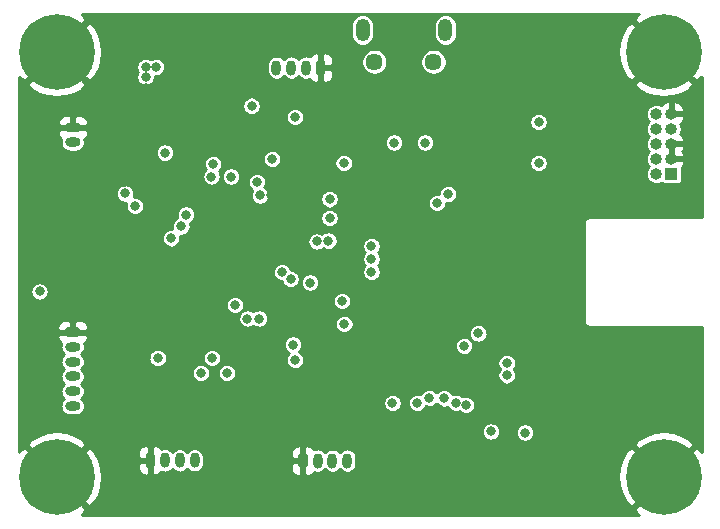
<source format=gbr>
%TF.GenerationSoftware,KiCad,Pcbnew,(5.1.10)-1*%
%TF.CreationDate,2021-11-27T13:57:11+01:00*%
%TF.ProjectId,SplashQuad,53706c61-7368-4517-9561-642e6b696361,rev?*%
%TF.SameCoordinates,Original*%
%TF.FileFunction,Copper,L2,Inr*%
%TF.FilePolarity,Positive*%
%FSLAX46Y46*%
G04 Gerber Fmt 4.6, Leading zero omitted, Abs format (unit mm)*
G04 Created by KiCad (PCBNEW (5.1.10)-1) date 2021-11-27 13:57:11*
%MOMM*%
%LPD*%
G01*
G04 APERTURE LIST*
%TA.AperFunction,ComponentPad*%
%ADD10C,0.800000*%
%TD*%
%TA.AperFunction,ComponentPad*%
%ADD11C,6.400000*%
%TD*%
%TA.AperFunction,ComponentPad*%
%ADD12O,0.800000X1.300000*%
%TD*%
%TA.AperFunction,ComponentPad*%
%ADD13O,1.300000X0.800000*%
%TD*%
%TA.AperFunction,ComponentPad*%
%ADD14O,1.000000X1.000000*%
%TD*%
%TA.AperFunction,ComponentPad*%
%ADD15R,1.000000X1.000000*%
%TD*%
%TA.AperFunction,ComponentPad*%
%ADD16O,1.200000X1.900000*%
%TD*%
%TA.AperFunction,ComponentPad*%
%ADD17C,1.450000*%
%TD*%
%TA.AperFunction,ViaPad*%
%ADD18C,0.800000*%
%TD*%
%TA.AperFunction,Conductor*%
%ADD19C,0.254000*%
%TD*%
%TA.AperFunction,Conductor*%
%ADD20C,0.100000*%
%TD*%
G04 APERTURE END LIST*
D10*
%TO.N,GND*%
%TO.C,H4*%
X187247056Y-82852944D03*
X185550000Y-82150000D03*
X183852944Y-82852944D03*
X183150000Y-84550000D03*
X183852944Y-86247056D03*
X185550000Y-86950000D03*
X187247056Y-86247056D03*
X187950000Y-84550000D03*
D11*
X185550000Y-84550000D03*
%TD*%
D10*
%TO.N,GND*%
%TO.C,H3*%
X187247056Y-118852944D03*
X185550000Y-118150000D03*
X183852944Y-118852944D03*
X183150000Y-120550000D03*
X183852944Y-122247056D03*
X185550000Y-122950000D03*
X187247056Y-122247056D03*
X187950000Y-120550000D03*
D11*
X185550000Y-120550000D03*
%TD*%
D10*
%TO.N,GND*%
%TO.C,H2*%
X135847056Y-118852944D03*
X134150000Y-118150000D03*
X132452944Y-118852944D03*
X131750000Y-120550000D03*
X132452944Y-122247056D03*
X134150000Y-122950000D03*
X135847056Y-122247056D03*
X136550000Y-120550000D03*
D11*
X134150000Y-120550000D03*
%TD*%
D10*
%TO.N,GND*%
%TO.C,H1*%
X135847056Y-82852944D03*
X134150000Y-82150000D03*
X132452944Y-82852944D03*
X131750000Y-84550000D03*
X132452944Y-86247056D03*
X134150000Y-86950000D03*
X135847056Y-86247056D03*
X136550000Y-84550000D03*
D11*
X134150000Y-84550000D03*
%TD*%
D12*
%TO.N,+3V3*%
%TO.C,J7*%
X152750000Y-85900000D03*
%TO.N,UART3_RX*%
X154000000Y-85900000D03*
%TO.N,UART3_TX*%
X155250000Y-85900000D03*
%TO.N,GND*%
%TA.AperFunction,ComponentPad*%
G36*
G01*
X156900000Y-85450000D02*
X156900000Y-86350000D01*
G75*
G02*
X156700000Y-86550000I-200000J0D01*
G01*
X156300000Y-86550000D01*
G75*
G02*
X156100000Y-86350000I0J200000D01*
G01*
X156100000Y-85450000D01*
G75*
G02*
X156300000Y-85250000I200000J0D01*
G01*
X156700000Y-85250000D01*
G75*
G02*
X156900000Y-85450000I0J-200000D01*
G01*
G37*
%TD.AperFunction*%
%TD*%
%TO.N,+3V3*%
%TO.C,J6*%
X158750000Y-119175000D03*
%TO.N,I2C3_SCL*%
X157500000Y-119175000D03*
%TO.N,I2C3_SDA*%
X156250000Y-119175000D03*
%TO.N,GND*%
%TA.AperFunction,ComponentPad*%
G36*
G01*
X154600000Y-119625000D02*
X154600000Y-118725000D01*
G75*
G02*
X154800000Y-118525000I200000J0D01*
G01*
X155200000Y-118525000D01*
G75*
G02*
X155400000Y-118725000I0J-200000D01*
G01*
X155400000Y-119625000D01*
G75*
G02*
X155200000Y-119825000I-200000J0D01*
G01*
X154800000Y-119825000D01*
G75*
G02*
X154600000Y-119625000I0J200000D01*
G01*
G37*
%TD.AperFunction*%
%TD*%
%TO.N,+3V3*%
%TO.C,J5*%
X145825000Y-119150000D03*
%TO.N,GPIO2*%
X144575000Y-119150000D03*
%TO.N,GPIO1*%
X143325000Y-119150000D03*
%TO.N,GND*%
%TA.AperFunction,ComponentPad*%
G36*
G01*
X141675000Y-119600000D02*
X141675000Y-118700000D01*
G75*
G02*
X141875000Y-118500000I200000J0D01*
G01*
X142275000Y-118500000D01*
G75*
G02*
X142475000Y-118700000I0J-200000D01*
G01*
X142475000Y-119600000D01*
G75*
G02*
X142275000Y-119800000I-200000J0D01*
G01*
X141875000Y-119800000D01*
G75*
G02*
X141675000Y-119600000I0J200000D01*
G01*
G37*
%TD.AperFunction*%
%TD*%
D13*
%TO.N,+3V3*%
%TO.C,J4*%
X135500000Y-114550000D03*
%TO.N,TIM2_CH4*%
X135500000Y-113300000D03*
%TO.N,TIM2_CH3*%
X135500000Y-112050000D03*
%TO.N,TIM2_CH2*%
X135500000Y-110800000D03*
%TO.N,TIM2_CH1*%
X135500000Y-109550000D03*
%TO.N,GND*%
%TA.AperFunction,ComponentPad*%
G36*
G01*
X135050000Y-107900000D02*
X135950000Y-107900000D01*
G75*
G02*
X136150000Y-108100000I0J-200000D01*
G01*
X136150000Y-108500000D01*
G75*
G02*
X135950000Y-108700000I-200000J0D01*
G01*
X135050000Y-108700000D01*
G75*
G02*
X134850000Y-108500000I0J200000D01*
G01*
X134850000Y-108100000D01*
G75*
G02*
X135050000Y-107900000I200000J0D01*
G01*
G37*
%TD.AperFunction*%
%TD*%
%TO.N,VDD*%
%TO.C,J3*%
X135525000Y-92225000D03*
%TO.N,GND*%
%TA.AperFunction,ComponentPad*%
G36*
G01*
X135075000Y-90575000D02*
X135975000Y-90575000D01*
G75*
G02*
X136175000Y-90775000I0J-200000D01*
G01*
X136175000Y-91175000D01*
G75*
G02*
X135975000Y-91375000I-200000J0D01*
G01*
X135075000Y-91375000D01*
G75*
G02*
X134875000Y-91175000I0J200000D01*
G01*
X134875000Y-90775000D01*
G75*
G02*
X135075000Y-90575000I200000J0D01*
G01*
G37*
%TD.AperFunction*%
%TD*%
D14*
%TO.N,NRST*%
%TO.C,J2*%
X184930000Y-89820000D03*
%TO.N,GND*%
X186200000Y-89820000D03*
%TO.N,Net-(J2-Pad8)*%
X184930000Y-91090000D03*
%TO.N,Net-(J2-Pad7)*%
X186200000Y-91090000D03*
%TO.N,Net-(J2-Pad6)*%
X184930000Y-92360000D03*
%TO.N,GND*%
X186200000Y-92360000D03*
%TO.N,SWDIO*%
X184930000Y-93630000D03*
%TO.N,GND*%
X186200000Y-93630000D03*
%TO.N,SWCLK*%
X184930000Y-94900000D03*
D15*
%TO.N,+3V3*%
X186200000Y-94900000D03*
%TD*%
D16*
%TO.N,Net-(J1-Pad6)*%
%TO.C,J1*%
X160050000Y-82712500D03*
X167050000Y-82712500D03*
D17*
X161050000Y-85412500D03*
X166050000Y-85412500D03*
%TD*%
D18*
%TO.N,GND*%
X172625000Y-98900000D03*
X176150000Y-111075000D03*
X142521940Y-90954860D03*
X154325000Y-92800000D03*
X153350000Y-89125000D03*
X149825000Y-90250000D03*
X168800000Y-111700000D03*
X175375000Y-114000000D03*
X172925000Y-115700000D03*
X174550000Y-114875000D03*
X169375000Y-115700000D03*
X171900000Y-108400000D03*
X172900000Y-108400000D03*
X170900000Y-108400000D03*
X174550000Y-109400000D03*
X150300000Y-110075000D03*
X151300000Y-110075000D03*
X149050000Y-110500000D03*
X152300000Y-96725000D03*
X139950000Y-95600000D03*
X135575000Y-103550000D03*
X138825000Y-96725000D03*
X141675000Y-87650000D03*
X161625000Y-89500000D03*
X162250000Y-86850000D03*
X163575000Y-121825000D03*
X164875000Y-121825000D03*
X166125000Y-121825000D03*
X167425000Y-121825000D03*
X132850000Y-98950000D03*
X137250000Y-103000000D03*
X138350000Y-103000000D03*
X141750000Y-110500000D03*
X161150000Y-96650000D03*
X170400000Y-104300000D03*
X170400000Y-102100000D03*
X173100000Y-104300000D03*
X173000000Y-102100000D03*
X171700000Y-104300000D03*
X171700000Y-102100000D03*
X174050000Y-105250000D03*
X174000000Y-101100000D03*
%TO.N,+3V3*%
X143300000Y-93100000D03*
X147400000Y-94050000D03*
X152400000Y-93625000D03*
X154325000Y-90075000D03*
X150650000Y-89125000D03*
X168800000Y-114475000D03*
X167975000Y-114275000D03*
X164675000Y-114275000D03*
X162575000Y-114275000D03*
X173800000Y-116800000D03*
X170900000Y-116700000D03*
X151350000Y-96725000D03*
X139950000Y-96550000D03*
X150300000Y-107150000D03*
X151300000Y-107150000D03*
X140775000Y-97625000D03*
X141675000Y-86700000D03*
X142575000Y-85825000D03*
X141675000Y-85825000D03*
X132700000Y-104850000D03*
X142700000Y-110500000D03*
X160800000Y-103200000D03*
X160800000Y-102100000D03*
X160800000Y-101000000D03*
%TO.N,NRST*%
X149250000Y-106000000D03*
X158500000Y-107600000D03*
X174950000Y-93975000D03*
X174950000Y-90500000D03*
%TO.N,SWDIO*%
X162700000Y-92250000D03*
X165325000Y-92250000D03*
%TO.N,SWCLK*%
X158450000Y-93975000D03*
X151100000Y-95575000D03*
%TO.N,UART3_TX*%
X148900000Y-95125000D03*
%TO.N,UART3_RX*%
X147250000Y-95125000D03*
%TO.N,BOOT1*%
X165700000Y-113850000D03*
X147300000Y-110500000D03*
%TO.N,BOOT0*%
X166950000Y-113900000D03*
X148550000Y-111750000D03*
X146350000Y-111750000D03*
X143850000Y-100350000D03*
%TO.N,I2C1_SCL*%
X167300000Y-96600000D03*
X145100000Y-98350000D03*
X169850000Y-108400000D03*
%TO.N,I2C1_SDA*%
X144700000Y-99350000D03*
X166350000Y-97350000D03*
X168650000Y-109450000D03*
%TO.N,UART1_TX*%
X157250000Y-97050000D03*
X157250000Y-98650000D03*
%TO.N,GPS_nRST*%
X155600000Y-104100000D03*
X158300000Y-105650000D03*
%TO.N,GPS_INT*%
X153950000Y-103800000D03*
X157150000Y-100550000D03*
%TO.N,GPS_PPS*%
X153217638Y-103225001D03*
X156166942Y-100616942D03*
%TO.N,BNO_INT*%
X172250000Y-110900000D03*
X154150000Y-109350000D03*
%TO.N,BNO_nRST*%
X154350000Y-110650000D03*
X172250000Y-111950000D03*
%TD*%
D19*
%TO.N,GND*%
X183429330Y-81332445D02*
X183388912Y-81359452D01*
X183028724Y-81849119D01*
X185550000Y-84370395D01*
X185564143Y-84356253D01*
X185743748Y-84535858D01*
X185729605Y-84550000D01*
X188250881Y-87071276D01*
X188740548Y-86711088D01*
X188769000Y-86658656D01*
X188769001Y-98569000D01*
X179221168Y-98569000D01*
X179200000Y-98566915D01*
X179178832Y-98569000D01*
X179115509Y-98575237D01*
X179034266Y-98599882D01*
X178959391Y-98639903D01*
X178893763Y-98693763D01*
X178839903Y-98759391D01*
X178799882Y-98834266D01*
X178775237Y-98915509D01*
X178766915Y-99000000D01*
X178769000Y-99021168D01*
X178769001Y-107378821D01*
X178766915Y-107400000D01*
X178775237Y-107484491D01*
X178799882Y-107565734D01*
X178839903Y-107640609D01*
X178893763Y-107706237D01*
X178959391Y-107760097D01*
X179034266Y-107800118D01*
X179115509Y-107824763D01*
X179178832Y-107831000D01*
X179200000Y-107833085D01*
X179221168Y-107831000D01*
X188769000Y-107831000D01*
X188769001Y-118432077D01*
X188767555Y-118429330D01*
X188740548Y-118388912D01*
X188250881Y-118028724D01*
X185729605Y-120550000D01*
X185743748Y-120564143D01*
X185564143Y-120743748D01*
X185550000Y-120729605D01*
X183028724Y-123250881D01*
X183388912Y-123740548D01*
X183441344Y-123769000D01*
X136267925Y-123769000D01*
X136270670Y-123767555D01*
X136311088Y-123740548D01*
X136671276Y-123250881D01*
X134150000Y-120729605D01*
X134135858Y-120743748D01*
X133956253Y-120564143D01*
X133970395Y-120550000D01*
X134329605Y-120550000D01*
X136850881Y-123071276D01*
X137340548Y-122711088D01*
X137700849Y-122047118D01*
X137924694Y-121325615D01*
X138003480Y-120574305D01*
X137999002Y-120525695D01*
X181696520Y-120525695D01*
X181765822Y-121277938D01*
X181980548Y-122002208D01*
X182332445Y-122670670D01*
X182359452Y-122711088D01*
X182849119Y-123071276D01*
X185370395Y-120550000D01*
X182849119Y-118028724D01*
X182359452Y-118388912D01*
X181999151Y-119052882D01*
X181775306Y-119774385D01*
X181696520Y-120525695D01*
X137999002Y-120525695D01*
X137934178Y-119822062D01*
X137927638Y-119800000D01*
X141036928Y-119800000D01*
X141049188Y-119924482D01*
X141085498Y-120044180D01*
X141144463Y-120154494D01*
X141223815Y-120251185D01*
X141320506Y-120330537D01*
X141430820Y-120389502D01*
X141550518Y-120425812D01*
X141675000Y-120438072D01*
X141789250Y-120435000D01*
X141948000Y-120276250D01*
X141948000Y-119277000D01*
X141198750Y-119277000D01*
X141040000Y-119435750D01*
X141036928Y-119800000D01*
X137927638Y-119800000D01*
X137719452Y-119097792D01*
X137404758Y-118500000D01*
X141036928Y-118500000D01*
X141040000Y-118864250D01*
X141198750Y-119023000D01*
X141948000Y-119023000D01*
X141948000Y-118023750D01*
X142202000Y-118023750D01*
X142202000Y-119023000D01*
X142222000Y-119023000D01*
X142222000Y-119277000D01*
X142202000Y-119277000D01*
X142202000Y-120276250D01*
X142360750Y-120435000D01*
X142475000Y-120438072D01*
X142599482Y-120425812D01*
X142719180Y-120389502D01*
X142829494Y-120330537D01*
X142926185Y-120251185D01*
X143005537Y-120154494D01*
X143022036Y-120123627D01*
X143024679Y-120125040D01*
X143171898Y-120169699D01*
X143325000Y-120184778D01*
X143478103Y-120169699D01*
X143625322Y-120125040D01*
X143760999Y-120052519D01*
X143879922Y-119954922D01*
X143950000Y-119869531D01*
X144020079Y-119954922D01*
X144139002Y-120052519D01*
X144274679Y-120125040D01*
X144421898Y-120169699D01*
X144575000Y-120184778D01*
X144728103Y-120169699D01*
X144875322Y-120125040D01*
X145010999Y-120052519D01*
X145129922Y-119954922D01*
X145200000Y-119869531D01*
X145270079Y-119954922D01*
X145389002Y-120052519D01*
X145524679Y-120125040D01*
X145671898Y-120169699D01*
X145825000Y-120184778D01*
X145978103Y-120169699D01*
X146125322Y-120125040D01*
X146260999Y-120052519D01*
X146379922Y-119954922D01*
X146477519Y-119835999D01*
X146483398Y-119825000D01*
X153961928Y-119825000D01*
X153974188Y-119949482D01*
X154010498Y-120069180D01*
X154069463Y-120179494D01*
X154148815Y-120276185D01*
X154245506Y-120355537D01*
X154355820Y-120414502D01*
X154475518Y-120450812D01*
X154600000Y-120463072D01*
X154714250Y-120460000D01*
X154873000Y-120301250D01*
X154873000Y-119302000D01*
X154123750Y-119302000D01*
X153965000Y-119460750D01*
X153961928Y-119825000D01*
X146483398Y-119825000D01*
X146550040Y-119700322D01*
X146594699Y-119553103D01*
X146606000Y-119438360D01*
X146606000Y-118861640D01*
X146594699Y-118746897D01*
X146550040Y-118599678D01*
X146510124Y-118525000D01*
X153961928Y-118525000D01*
X153965000Y-118889250D01*
X154123750Y-119048000D01*
X154873000Y-119048000D01*
X154873000Y-118048750D01*
X155127000Y-118048750D01*
X155127000Y-119048000D01*
X155147000Y-119048000D01*
X155147000Y-119302000D01*
X155127000Y-119302000D01*
X155127000Y-120301250D01*
X155285750Y-120460000D01*
X155400000Y-120463072D01*
X155524482Y-120450812D01*
X155644180Y-120414502D01*
X155754494Y-120355537D01*
X155851185Y-120276185D01*
X155930537Y-120179494D01*
X155947036Y-120148627D01*
X155949679Y-120150040D01*
X156096898Y-120194699D01*
X156250000Y-120209778D01*
X156403103Y-120194699D01*
X156550322Y-120150040D01*
X156685999Y-120077519D01*
X156804922Y-119979922D01*
X156875000Y-119894531D01*
X156945079Y-119979922D01*
X157064002Y-120077519D01*
X157199679Y-120150040D01*
X157346898Y-120194699D01*
X157500000Y-120209778D01*
X157653103Y-120194699D01*
X157800322Y-120150040D01*
X157935999Y-120077519D01*
X158054922Y-119979922D01*
X158125000Y-119894531D01*
X158195079Y-119979922D01*
X158314002Y-120077519D01*
X158449679Y-120150040D01*
X158596898Y-120194699D01*
X158750000Y-120209778D01*
X158903103Y-120194699D01*
X159050322Y-120150040D01*
X159185999Y-120077519D01*
X159304922Y-119979922D01*
X159402519Y-119860999D01*
X159475040Y-119725322D01*
X159519699Y-119578103D01*
X159531000Y-119463360D01*
X159531000Y-118886640D01*
X159519699Y-118771897D01*
X159475040Y-118624678D01*
X159402519Y-118489001D01*
X159304922Y-118370078D01*
X159185998Y-118272481D01*
X159050321Y-118199960D01*
X158903102Y-118155301D01*
X158750000Y-118140222D01*
X158596897Y-118155301D01*
X158449678Y-118199960D01*
X158314001Y-118272481D01*
X158195078Y-118370078D01*
X158125000Y-118455469D01*
X158054922Y-118370078D01*
X157935998Y-118272481D01*
X157800321Y-118199960D01*
X157653102Y-118155301D01*
X157500000Y-118140222D01*
X157346897Y-118155301D01*
X157199678Y-118199960D01*
X157064001Y-118272481D01*
X156945078Y-118370078D01*
X156875000Y-118455469D01*
X156804922Y-118370078D01*
X156685998Y-118272481D01*
X156550321Y-118199960D01*
X156403102Y-118155301D01*
X156250000Y-118140222D01*
X156096897Y-118155301D01*
X155949678Y-118199960D01*
X155947036Y-118201372D01*
X155930537Y-118170506D01*
X155851185Y-118073815D01*
X155754494Y-117994463D01*
X155644180Y-117935498D01*
X155524482Y-117899188D01*
X155400000Y-117886928D01*
X155285750Y-117890000D01*
X155127000Y-118048750D01*
X154873000Y-118048750D01*
X154714250Y-117890000D01*
X154600000Y-117886928D01*
X154475518Y-117899188D01*
X154355820Y-117935498D01*
X154245506Y-117994463D01*
X154148815Y-118073815D01*
X154069463Y-118170506D01*
X154010498Y-118280820D01*
X153974188Y-118400518D01*
X153961928Y-118525000D01*
X146510124Y-118525000D01*
X146477519Y-118464001D01*
X146379922Y-118345078D01*
X146260998Y-118247481D01*
X146125321Y-118174960D01*
X145978102Y-118130301D01*
X145825000Y-118115222D01*
X145671897Y-118130301D01*
X145524678Y-118174960D01*
X145389001Y-118247481D01*
X145270078Y-118345078D01*
X145200000Y-118430469D01*
X145129922Y-118345078D01*
X145010998Y-118247481D01*
X144875321Y-118174960D01*
X144728102Y-118130301D01*
X144575000Y-118115222D01*
X144421897Y-118130301D01*
X144274678Y-118174960D01*
X144139001Y-118247481D01*
X144020078Y-118345078D01*
X143950000Y-118430469D01*
X143879922Y-118345078D01*
X143760998Y-118247481D01*
X143625321Y-118174960D01*
X143478102Y-118130301D01*
X143325000Y-118115222D01*
X143171897Y-118130301D01*
X143024678Y-118174960D01*
X143022036Y-118176372D01*
X143005537Y-118145506D01*
X142926185Y-118048815D01*
X142829494Y-117969463D01*
X142719180Y-117910498D01*
X142599482Y-117874188D01*
X142475000Y-117861928D01*
X142360750Y-117865000D01*
X142202000Y-118023750D01*
X141948000Y-118023750D01*
X141789250Y-117865000D01*
X141675000Y-117861928D01*
X141550518Y-117874188D01*
X141430820Y-117910498D01*
X141320506Y-117969463D01*
X141223815Y-118048815D01*
X141144463Y-118145506D01*
X141085498Y-118255820D01*
X141049188Y-118375518D01*
X141036928Y-118500000D01*
X137404758Y-118500000D01*
X137367555Y-118429330D01*
X137340548Y-118388912D01*
X136850881Y-118028724D01*
X134329605Y-120550000D01*
X133970395Y-120550000D01*
X131449119Y-118028724D01*
X130959452Y-118388912D01*
X130931000Y-118441344D01*
X130931000Y-117849119D01*
X131628724Y-117849119D01*
X134150000Y-120370395D01*
X136671276Y-117849119D01*
X183028724Y-117849119D01*
X185550000Y-120370395D01*
X188071276Y-117849119D01*
X187711088Y-117359452D01*
X187047118Y-116999151D01*
X186325615Y-116775306D01*
X185574305Y-116696520D01*
X184822062Y-116765822D01*
X184097792Y-116980548D01*
X183429330Y-117332445D01*
X183388912Y-117359452D01*
X183028724Y-117849119D01*
X136671276Y-117849119D01*
X136311088Y-117359452D01*
X135647118Y-116999151D01*
X134925615Y-116775306D01*
X134174305Y-116696520D01*
X133422062Y-116765822D01*
X132697792Y-116980548D01*
X132029330Y-117332445D01*
X131988912Y-117359452D01*
X131628724Y-117849119D01*
X130931000Y-117849119D01*
X130931000Y-116623078D01*
X170119000Y-116623078D01*
X170119000Y-116776922D01*
X170149013Y-116927809D01*
X170207887Y-117069942D01*
X170293358Y-117197859D01*
X170402141Y-117306642D01*
X170530058Y-117392113D01*
X170672191Y-117450987D01*
X170823078Y-117481000D01*
X170976922Y-117481000D01*
X171127809Y-117450987D01*
X171269942Y-117392113D01*
X171397859Y-117306642D01*
X171506642Y-117197859D01*
X171592113Y-117069942D01*
X171650987Y-116927809D01*
X171681000Y-116776922D01*
X171681000Y-116723078D01*
X173019000Y-116723078D01*
X173019000Y-116876922D01*
X173049013Y-117027809D01*
X173107887Y-117169942D01*
X173193358Y-117297859D01*
X173302141Y-117406642D01*
X173430058Y-117492113D01*
X173572191Y-117550987D01*
X173723078Y-117581000D01*
X173876922Y-117581000D01*
X174027809Y-117550987D01*
X174169942Y-117492113D01*
X174297859Y-117406642D01*
X174406642Y-117297859D01*
X174492113Y-117169942D01*
X174550987Y-117027809D01*
X174581000Y-116876922D01*
X174581000Y-116723078D01*
X174550987Y-116572191D01*
X174492113Y-116430058D01*
X174406642Y-116302141D01*
X174297859Y-116193358D01*
X174169942Y-116107887D01*
X174027809Y-116049013D01*
X173876922Y-116019000D01*
X173723078Y-116019000D01*
X173572191Y-116049013D01*
X173430058Y-116107887D01*
X173302141Y-116193358D01*
X173193358Y-116302141D01*
X173107887Y-116430058D01*
X173049013Y-116572191D01*
X173019000Y-116723078D01*
X171681000Y-116723078D01*
X171681000Y-116623078D01*
X171650987Y-116472191D01*
X171592113Y-116330058D01*
X171506642Y-116202141D01*
X171397859Y-116093358D01*
X171269942Y-116007887D01*
X171127809Y-115949013D01*
X170976922Y-115919000D01*
X170823078Y-115919000D01*
X170672191Y-115949013D01*
X170530058Y-116007887D01*
X170402141Y-116093358D01*
X170293358Y-116202141D01*
X170207887Y-116330058D01*
X170149013Y-116472191D01*
X170119000Y-116623078D01*
X130931000Y-116623078D01*
X130931000Y-108700000D01*
X134211928Y-108700000D01*
X134224188Y-108824482D01*
X134260498Y-108944180D01*
X134319463Y-109054494D01*
X134398815Y-109151185D01*
X134495506Y-109230537D01*
X134526372Y-109247036D01*
X134524960Y-109249678D01*
X134480301Y-109396897D01*
X134465222Y-109550000D01*
X134480301Y-109703103D01*
X134524960Y-109850322D01*
X134597481Y-109985999D01*
X134695078Y-110104922D01*
X134780469Y-110175000D01*
X134695078Y-110245078D01*
X134597481Y-110364001D01*
X134524960Y-110499678D01*
X134480301Y-110646897D01*
X134465222Y-110800000D01*
X134480301Y-110953103D01*
X134524960Y-111100322D01*
X134597481Y-111235999D01*
X134695078Y-111354922D01*
X134780469Y-111425000D01*
X134695078Y-111495078D01*
X134597481Y-111614001D01*
X134524960Y-111749678D01*
X134480301Y-111896897D01*
X134465222Y-112050000D01*
X134480301Y-112203103D01*
X134524960Y-112350322D01*
X134597481Y-112485999D01*
X134695078Y-112604922D01*
X134780469Y-112675000D01*
X134695078Y-112745078D01*
X134597481Y-112864001D01*
X134524960Y-112999678D01*
X134480301Y-113146897D01*
X134465222Y-113300000D01*
X134480301Y-113453103D01*
X134524960Y-113600322D01*
X134597481Y-113735999D01*
X134695078Y-113854922D01*
X134780469Y-113925000D01*
X134695078Y-113995078D01*
X134597481Y-114114001D01*
X134524960Y-114249678D01*
X134480301Y-114396897D01*
X134465222Y-114550000D01*
X134480301Y-114703103D01*
X134524960Y-114850322D01*
X134597481Y-114985999D01*
X134695078Y-115104922D01*
X134814001Y-115202519D01*
X134949678Y-115275040D01*
X135096897Y-115319699D01*
X135211640Y-115331000D01*
X135788360Y-115331000D01*
X135903103Y-115319699D01*
X136050322Y-115275040D01*
X136185999Y-115202519D01*
X136304922Y-115104922D01*
X136402519Y-114985999D01*
X136475040Y-114850322D01*
X136519699Y-114703103D01*
X136534778Y-114550000D01*
X136519699Y-114396897D01*
X136475040Y-114249678D01*
X136447460Y-114198078D01*
X161794000Y-114198078D01*
X161794000Y-114351922D01*
X161824013Y-114502809D01*
X161882887Y-114644942D01*
X161968358Y-114772859D01*
X162077141Y-114881642D01*
X162205058Y-114967113D01*
X162347191Y-115025987D01*
X162498078Y-115056000D01*
X162651922Y-115056000D01*
X162802809Y-115025987D01*
X162944942Y-114967113D01*
X163072859Y-114881642D01*
X163181642Y-114772859D01*
X163267113Y-114644942D01*
X163325987Y-114502809D01*
X163356000Y-114351922D01*
X163356000Y-114198078D01*
X163894000Y-114198078D01*
X163894000Y-114351922D01*
X163924013Y-114502809D01*
X163982887Y-114644942D01*
X164068358Y-114772859D01*
X164177141Y-114881642D01*
X164305058Y-114967113D01*
X164447191Y-115025987D01*
X164598078Y-115056000D01*
X164751922Y-115056000D01*
X164902809Y-115025987D01*
X165044942Y-114967113D01*
X165172859Y-114881642D01*
X165281642Y-114772859D01*
X165367113Y-114644942D01*
X165398042Y-114570273D01*
X165472191Y-114600987D01*
X165623078Y-114631000D01*
X165776922Y-114631000D01*
X165927809Y-114600987D01*
X166069942Y-114542113D01*
X166197859Y-114456642D01*
X166306642Y-114347859D01*
X166308296Y-114345384D01*
X166343358Y-114397859D01*
X166452141Y-114506642D01*
X166580058Y-114592113D01*
X166722191Y-114650987D01*
X166873078Y-114681000D01*
X167026922Y-114681000D01*
X167177809Y-114650987D01*
X167269636Y-114612951D01*
X167282887Y-114644942D01*
X167368358Y-114772859D01*
X167477141Y-114881642D01*
X167605058Y-114967113D01*
X167747191Y-115025987D01*
X167898078Y-115056000D01*
X168051922Y-115056000D01*
X168202809Y-115025987D01*
X168233693Y-115013194D01*
X168302141Y-115081642D01*
X168430058Y-115167113D01*
X168572191Y-115225987D01*
X168723078Y-115256000D01*
X168876922Y-115256000D01*
X169027809Y-115225987D01*
X169169942Y-115167113D01*
X169297859Y-115081642D01*
X169406642Y-114972859D01*
X169492113Y-114844942D01*
X169550987Y-114702809D01*
X169581000Y-114551922D01*
X169581000Y-114398078D01*
X169550987Y-114247191D01*
X169492113Y-114105058D01*
X169406642Y-113977141D01*
X169297859Y-113868358D01*
X169169942Y-113782887D01*
X169027809Y-113724013D01*
X168876922Y-113694000D01*
X168723078Y-113694000D01*
X168572191Y-113724013D01*
X168541307Y-113736806D01*
X168472859Y-113668358D01*
X168344942Y-113582887D01*
X168202809Y-113524013D01*
X168051922Y-113494000D01*
X167898078Y-113494000D01*
X167747191Y-113524013D01*
X167655364Y-113562049D01*
X167642113Y-113530058D01*
X167556642Y-113402141D01*
X167447859Y-113293358D01*
X167319942Y-113207887D01*
X167177809Y-113149013D01*
X167026922Y-113119000D01*
X166873078Y-113119000D01*
X166722191Y-113149013D01*
X166580058Y-113207887D01*
X166452141Y-113293358D01*
X166343358Y-113402141D01*
X166341704Y-113404616D01*
X166306642Y-113352141D01*
X166197859Y-113243358D01*
X166069942Y-113157887D01*
X165927809Y-113099013D01*
X165776922Y-113069000D01*
X165623078Y-113069000D01*
X165472191Y-113099013D01*
X165330058Y-113157887D01*
X165202141Y-113243358D01*
X165093358Y-113352141D01*
X165007887Y-113480058D01*
X164976958Y-113554727D01*
X164902809Y-113524013D01*
X164751922Y-113494000D01*
X164598078Y-113494000D01*
X164447191Y-113524013D01*
X164305058Y-113582887D01*
X164177141Y-113668358D01*
X164068358Y-113777141D01*
X163982887Y-113905058D01*
X163924013Y-114047191D01*
X163894000Y-114198078D01*
X163356000Y-114198078D01*
X163325987Y-114047191D01*
X163267113Y-113905058D01*
X163181642Y-113777141D01*
X163072859Y-113668358D01*
X162944942Y-113582887D01*
X162802809Y-113524013D01*
X162651922Y-113494000D01*
X162498078Y-113494000D01*
X162347191Y-113524013D01*
X162205058Y-113582887D01*
X162077141Y-113668358D01*
X161968358Y-113777141D01*
X161882887Y-113905058D01*
X161824013Y-114047191D01*
X161794000Y-114198078D01*
X136447460Y-114198078D01*
X136402519Y-114114001D01*
X136304922Y-113995078D01*
X136219531Y-113925000D01*
X136304922Y-113854922D01*
X136402519Y-113735999D01*
X136475040Y-113600322D01*
X136519699Y-113453103D01*
X136534778Y-113300000D01*
X136519699Y-113146897D01*
X136475040Y-112999678D01*
X136402519Y-112864001D01*
X136304922Y-112745078D01*
X136219531Y-112675000D01*
X136304922Y-112604922D01*
X136402519Y-112485999D01*
X136475040Y-112350322D01*
X136519699Y-112203103D01*
X136534778Y-112050000D01*
X136519699Y-111896897D01*
X136475040Y-111749678D01*
X136434097Y-111673078D01*
X145569000Y-111673078D01*
X145569000Y-111826922D01*
X145599013Y-111977809D01*
X145657887Y-112119942D01*
X145743358Y-112247859D01*
X145852141Y-112356642D01*
X145980058Y-112442113D01*
X146122191Y-112500987D01*
X146273078Y-112531000D01*
X146426922Y-112531000D01*
X146577809Y-112500987D01*
X146719942Y-112442113D01*
X146847859Y-112356642D01*
X146956642Y-112247859D01*
X147042113Y-112119942D01*
X147100987Y-111977809D01*
X147131000Y-111826922D01*
X147131000Y-111673078D01*
X147769000Y-111673078D01*
X147769000Y-111826922D01*
X147799013Y-111977809D01*
X147857887Y-112119942D01*
X147943358Y-112247859D01*
X148052141Y-112356642D01*
X148180058Y-112442113D01*
X148322191Y-112500987D01*
X148473078Y-112531000D01*
X148626922Y-112531000D01*
X148777809Y-112500987D01*
X148919942Y-112442113D01*
X149047859Y-112356642D01*
X149156642Y-112247859D01*
X149242113Y-112119942D01*
X149300987Y-111977809D01*
X149331000Y-111826922D01*
X149331000Y-111673078D01*
X149300987Y-111522191D01*
X149242113Y-111380058D01*
X149156642Y-111252141D01*
X149047859Y-111143358D01*
X148919942Y-111057887D01*
X148777809Y-110999013D01*
X148626922Y-110969000D01*
X148473078Y-110969000D01*
X148322191Y-110999013D01*
X148180058Y-111057887D01*
X148052141Y-111143358D01*
X147943358Y-111252141D01*
X147857887Y-111380058D01*
X147799013Y-111522191D01*
X147769000Y-111673078D01*
X147131000Y-111673078D01*
X147100987Y-111522191D01*
X147042113Y-111380058D01*
X146956642Y-111252141D01*
X146847859Y-111143358D01*
X146719942Y-111057887D01*
X146577809Y-110999013D01*
X146426922Y-110969000D01*
X146273078Y-110969000D01*
X146122191Y-110999013D01*
X145980058Y-111057887D01*
X145852141Y-111143358D01*
X145743358Y-111252141D01*
X145657887Y-111380058D01*
X145599013Y-111522191D01*
X145569000Y-111673078D01*
X136434097Y-111673078D01*
X136402519Y-111614001D01*
X136304922Y-111495078D01*
X136219531Y-111425000D01*
X136304922Y-111354922D01*
X136402519Y-111235999D01*
X136475040Y-111100322D01*
X136519699Y-110953103D01*
X136534778Y-110800000D01*
X136519699Y-110646897D01*
X136475040Y-110499678D01*
X136434097Y-110423078D01*
X141919000Y-110423078D01*
X141919000Y-110576922D01*
X141949013Y-110727809D01*
X142007887Y-110869942D01*
X142093358Y-110997859D01*
X142202141Y-111106642D01*
X142330058Y-111192113D01*
X142472191Y-111250987D01*
X142623078Y-111281000D01*
X142776922Y-111281000D01*
X142927809Y-111250987D01*
X143069942Y-111192113D01*
X143197859Y-111106642D01*
X143306642Y-110997859D01*
X143392113Y-110869942D01*
X143450987Y-110727809D01*
X143481000Y-110576922D01*
X143481000Y-110423078D01*
X146519000Y-110423078D01*
X146519000Y-110576922D01*
X146549013Y-110727809D01*
X146607887Y-110869942D01*
X146693358Y-110997859D01*
X146802141Y-111106642D01*
X146930058Y-111192113D01*
X147072191Y-111250987D01*
X147223078Y-111281000D01*
X147376922Y-111281000D01*
X147527809Y-111250987D01*
X147669942Y-111192113D01*
X147797859Y-111106642D01*
X147906642Y-110997859D01*
X147992113Y-110869942D01*
X148050987Y-110727809D01*
X148081000Y-110576922D01*
X148081000Y-110423078D01*
X148050987Y-110272191D01*
X147992113Y-110130058D01*
X147906642Y-110002141D01*
X147797859Y-109893358D01*
X147669942Y-109807887D01*
X147527809Y-109749013D01*
X147376922Y-109719000D01*
X147223078Y-109719000D01*
X147072191Y-109749013D01*
X146930058Y-109807887D01*
X146802141Y-109893358D01*
X146693358Y-110002141D01*
X146607887Y-110130058D01*
X146549013Y-110272191D01*
X146519000Y-110423078D01*
X143481000Y-110423078D01*
X143450987Y-110272191D01*
X143392113Y-110130058D01*
X143306642Y-110002141D01*
X143197859Y-109893358D01*
X143069942Y-109807887D01*
X142927809Y-109749013D01*
X142776922Y-109719000D01*
X142623078Y-109719000D01*
X142472191Y-109749013D01*
X142330058Y-109807887D01*
X142202141Y-109893358D01*
X142093358Y-110002141D01*
X142007887Y-110130058D01*
X141949013Y-110272191D01*
X141919000Y-110423078D01*
X136434097Y-110423078D01*
X136402519Y-110364001D01*
X136304922Y-110245078D01*
X136219531Y-110175000D01*
X136304922Y-110104922D01*
X136402519Y-109985999D01*
X136475040Y-109850322D01*
X136519699Y-109703103D01*
X136534778Y-109550000D01*
X136519699Y-109396897D01*
X136482139Y-109273078D01*
X153369000Y-109273078D01*
X153369000Y-109426922D01*
X153399013Y-109577809D01*
X153457887Y-109719942D01*
X153543358Y-109847859D01*
X153652141Y-109956642D01*
X153780058Y-110042113D01*
X153831909Y-110063590D01*
X153743358Y-110152141D01*
X153657887Y-110280058D01*
X153599013Y-110422191D01*
X153569000Y-110573078D01*
X153569000Y-110726922D01*
X153599013Y-110877809D01*
X153657887Y-111019942D01*
X153743358Y-111147859D01*
X153852141Y-111256642D01*
X153980058Y-111342113D01*
X154122191Y-111400987D01*
X154273078Y-111431000D01*
X154426922Y-111431000D01*
X154577809Y-111400987D01*
X154719942Y-111342113D01*
X154847859Y-111256642D01*
X154956642Y-111147859D01*
X155042113Y-111019942D01*
X155100987Y-110877809D01*
X155111873Y-110823078D01*
X171469000Y-110823078D01*
X171469000Y-110976922D01*
X171499013Y-111127809D01*
X171557887Y-111269942D01*
X171643358Y-111397859D01*
X171670499Y-111425000D01*
X171643358Y-111452141D01*
X171557887Y-111580058D01*
X171499013Y-111722191D01*
X171469000Y-111873078D01*
X171469000Y-112026922D01*
X171499013Y-112177809D01*
X171557887Y-112319942D01*
X171643358Y-112447859D01*
X171752141Y-112556642D01*
X171880058Y-112642113D01*
X172022191Y-112700987D01*
X172173078Y-112731000D01*
X172326922Y-112731000D01*
X172477809Y-112700987D01*
X172619942Y-112642113D01*
X172747859Y-112556642D01*
X172856642Y-112447859D01*
X172942113Y-112319942D01*
X173000987Y-112177809D01*
X173031000Y-112026922D01*
X173031000Y-111873078D01*
X173000987Y-111722191D01*
X172942113Y-111580058D01*
X172856642Y-111452141D01*
X172829501Y-111425000D01*
X172856642Y-111397859D01*
X172942113Y-111269942D01*
X173000987Y-111127809D01*
X173031000Y-110976922D01*
X173031000Y-110823078D01*
X173000987Y-110672191D01*
X172942113Y-110530058D01*
X172856642Y-110402141D01*
X172747859Y-110293358D01*
X172619942Y-110207887D01*
X172477809Y-110149013D01*
X172326922Y-110119000D01*
X172173078Y-110119000D01*
X172022191Y-110149013D01*
X171880058Y-110207887D01*
X171752141Y-110293358D01*
X171643358Y-110402141D01*
X171557887Y-110530058D01*
X171499013Y-110672191D01*
X171469000Y-110823078D01*
X155111873Y-110823078D01*
X155131000Y-110726922D01*
X155131000Y-110573078D01*
X155100987Y-110422191D01*
X155042113Y-110280058D01*
X154956642Y-110152141D01*
X154847859Y-110043358D01*
X154719942Y-109957887D01*
X154668091Y-109936410D01*
X154756642Y-109847859D01*
X154842113Y-109719942D01*
X154900987Y-109577809D01*
X154931000Y-109426922D01*
X154931000Y-109373078D01*
X167869000Y-109373078D01*
X167869000Y-109526922D01*
X167899013Y-109677809D01*
X167957887Y-109819942D01*
X168043358Y-109947859D01*
X168152141Y-110056642D01*
X168280058Y-110142113D01*
X168422191Y-110200987D01*
X168573078Y-110231000D01*
X168726922Y-110231000D01*
X168877809Y-110200987D01*
X169019942Y-110142113D01*
X169147859Y-110056642D01*
X169256642Y-109947859D01*
X169342113Y-109819942D01*
X169400987Y-109677809D01*
X169431000Y-109526922D01*
X169431000Y-109373078D01*
X169400987Y-109222191D01*
X169342113Y-109080058D01*
X169256642Y-108952141D01*
X169147859Y-108843358D01*
X169019942Y-108757887D01*
X168877809Y-108699013D01*
X168726922Y-108669000D01*
X168573078Y-108669000D01*
X168422191Y-108699013D01*
X168280058Y-108757887D01*
X168152141Y-108843358D01*
X168043358Y-108952141D01*
X167957887Y-109080058D01*
X167899013Y-109222191D01*
X167869000Y-109373078D01*
X154931000Y-109373078D01*
X154931000Y-109273078D01*
X154900987Y-109122191D01*
X154842113Y-108980058D01*
X154756642Y-108852141D01*
X154647859Y-108743358D01*
X154519942Y-108657887D01*
X154377809Y-108599013D01*
X154226922Y-108569000D01*
X154073078Y-108569000D01*
X153922191Y-108599013D01*
X153780058Y-108657887D01*
X153652141Y-108743358D01*
X153543358Y-108852141D01*
X153457887Y-108980058D01*
X153399013Y-109122191D01*
X153369000Y-109273078D01*
X136482139Y-109273078D01*
X136475040Y-109249678D01*
X136473628Y-109247036D01*
X136504494Y-109230537D01*
X136601185Y-109151185D01*
X136680537Y-109054494D01*
X136739502Y-108944180D01*
X136775812Y-108824482D01*
X136788072Y-108700000D01*
X136785000Y-108585750D01*
X136626250Y-108427000D01*
X135627000Y-108427000D01*
X135627000Y-108447000D01*
X135373000Y-108447000D01*
X135373000Y-108427000D01*
X134373750Y-108427000D01*
X134215000Y-108585750D01*
X134211928Y-108700000D01*
X130931000Y-108700000D01*
X130931000Y-107900000D01*
X134211928Y-107900000D01*
X134215000Y-108014250D01*
X134373750Y-108173000D01*
X135373000Y-108173000D01*
X135373000Y-107423750D01*
X135627000Y-107423750D01*
X135627000Y-108173000D01*
X136626250Y-108173000D01*
X136785000Y-108014250D01*
X136788072Y-107900000D01*
X136775812Y-107775518D01*
X136739502Y-107655820D01*
X136680537Y-107545506D01*
X136601185Y-107448815D01*
X136504494Y-107369463D01*
X136394180Y-107310498D01*
X136274482Y-107274188D01*
X136150000Y-107261928D01*
X135785750Y-107265000D01*
X135627000Y-107423750D01*
X135373000Y-107423750D01*
X135214250Y-107265000D01*
X134850000Y-107261928D01*
X134725518Y-107274188D01*
X134605820Y-107310498D01*
X134495506Y-107369463D01*
X134398815Y-107448815D01*
X134319463Y-107545506D01*
X134260498Y-107655820D01*
X134224188Y-107775518D01*
X134211928Y-107900000D01*
X130931000Y-107900000D01*
X130931000Y-105923078D01*
X148469000Y-105923078D01*
X148469000Y-106076922D01*
X148499013Y-106227809D01*
X148557887Y-106369942D01*
X148643358Y-106497859D01*
X148752141Y-106606642D01*
X148880058Y-106692113D01*
X149022191Y-106750987D01*
X149173078Y-106781000D01*
X149326922Y-106781000D01*
X149477809Y-106750987D01*
X149619942Y-106692113D01*
X149720730Y-106624769D01*
X149693358Y-106652141D01*
X149607887Y-106780058D01*
X149549013Y-106922191D01*
X149519000Y-107073078D01*
X149519000Y-107226922D01*
X149549013Y-107377809D01*
X149607887Y-107519942D01*
X149693358Y-107647859D01*
X149802141Y-107756642D01*
X149930058Y-107842113D01*
X150072191Y-107900987D01*
X150223078Y-107931000D01*
X150376922Y-107931000D01*
X150527809Y-107900987D01*
X150669942Y-107842113D01*
X150797859Y-107756642D01*
X150800000Y-107754501D01*
X150802141Y-107756642D01*
X150930058Y-107842113D01*
X151072191Y-107900987D01*
X151223078Y-107931000D01*
X151376922Y-107931000D01*
X151527809Y-107900987D01*
X151669942Y-107842113D01*
X151797859Y-107756642D01*
X151906642Y-107647859D01*
X151990017Y-107523078D01*
X157719000Y-107523078D01*
X157719000Y-107676922D01*
X157749013Y-107827809D01*
X157807887Y-107969942D01*
X157893358Y-108097859D01*
X158002141Y-108206642D01*
X158130058Y-108292113D01*
X158272191Y-108350987D01*
X158423078Y-108381000D01*
X158576922Y-108381000D01*
X158727809Y-108350987D01*
X158795186Y-108323078D01*
X169069000Y-108323078D01*
X169069000Y-108476922D01*
X169099013Y-108627809D01*
X169157887Y-108769942D01*
X169243358Y-108897859D01*
X169352141Y-109006642D01*
X169480058Y-109092113D01*
X169622191Y-109150987D01*
X169773078Y-109181000D01*
X169926922Y-109181000D01*
X170077809Y-109150987D01*
X170219942Y-109092113D01*
X170347859Y-109006642D01*
X170456642Y-108897859D01*
X170542113Y-108769942D01*
X170600987Y-108627809D01*
X170631000Y-108476922D01*
X170631000Y-108323078D01*
X170600987Y-108172191D01*
X170542113Y-108030058D01*
X170456642Y-107902141D01*
X170347859Y-107793358D01*
X170219942Y-107707887D01*
X170077809Y-107649013D01*
X169926922Y-107619000D01*
X169773078Y-107619000D01*
X169622191Y-107649013D01*
X169480058Y-107707887D01*
X169352141Y-107793358D01*
X169243358Y-107902141D01*
X169157887Y-108030058D01*
X169099013Y-108172191D01*
X169069000Y-108323078D01*
X158795186Y-108323078D01*
X158869942Y-108292113D01*
X158997859Y-108206642D01*
X159106642Y-108097859D01*
X159192113Y-107969942D01*
X159250987Y-107827809D01*
X159281000Y-107676922D01*
X159281000Y-107523078D01*
X159250987Y-107372191D01*
X159192113Y-107230058D01*
X159106642Y-107102141D01*
X158997859Y-106993358D01*
X158869942Y-106907887D01*
X158727809Y-106849013D01*
X158576922Y-106819000D01*
X158423078Y-106819000D01*
X158272191Y-106849013D01*
X158130058Y-106907887D01*
X158002141Y-106993358D01*
X157893358Y-107102141D01*
X157807887Y-107230058D01*
X157749013Y-107372191D01*
X157719000Y-107523078D01*
X151990017Y-107523078D01*
X151992113Y-107519942D01*
X152050987Y-107377809D01*
X152081000Y-107226922D01*
X152081000Y-107073078D01*
X152050987Y-106922191D01*
X151992113Y-106780058D01*
X151906642Y-106652141D01*
X151797859Y-106543358D01*
X151669942Y-106457887D01*
X151527809Y-106399013D01*
X151376922Y-106369000D01*
X151223078Y-106369000D01*
X151072191Y-106399013D01*
X150930058Y-106457887D01*
X150802141Y-106543358D01*
X150800000Y-106545499D01*
X150797859Y-106543358D01*
X150669942Y-106457887D01*
X150527809Y-106399013D01*
X150376922Y-106369000D01*
X150223078Y-106369000D01*
X150072191Y-106399013D01*
X149930058Y-106457887D01*
X149829270Y-106525231D01*
X149856642Y-106497859D01*
X149942113Y-106369942D01*
X150000987Y-106227809D01*
X150031000Y-106076922D01*
X150031000Y-105923078D01*
X150000987Y-105772191D01*
X149942113Y-105630058D01*
X149904041Y-105573078D01*
X157519000Y-105573078D01*
X157519000Y-105726922D01*
X157549013Y-105877809D01*
X157607887Y-106019942D01*
X157693358Y-106147859D01*
X157802141Y-106256642D01*
X157930058Y-106342113D01*
X158072191Y-106400987D01*
X158223078Y-106431000D01*
X158376922Y-106431000D01*
X158527809Y-106400987D01*
X158669942Y-106342113D01*
X158797859Y-106256642D01*
X158906642Y-106147859D01*
X158992113Y-106019942D01*
X159050987Y-105877809D01*
X159081000Y-105726922D01*
X159081000Y-105573078D01*
X159050987Y-105422191D01*
X158992113Y-105280058D01*
X158906642Y-105152141D01*
X158797859Y-105043358D01*
X158669942Y-104957887D01*
X158527809Y-104899013D01*
X158376922Y-104869000D01*
X158223078Y-104869000D01*
X158072191Y-104899013D01*
X157930058Y-104957887D01*
X157802141Y-105043358D01*
X157693358Y-105152141D01*
X157607887Y-105280058D01*
X157549013Y-105422191D01*
X157519000Y-105573078D01*
X149904041Y-105573078D01*
X149856642Y-105502141D01*
X149747859Y-105393358D01*
X149619942Y-105307887D01*
X149477809Y-105249013D01*
X149326922Y-105219000D01*
X149173078Y-105219000D01*
X149022191Y-105249013D01*
X148880058Y-105307887D01*
X148752141Y-105393358D01*
X148643358Y-105502141D01*
X148557887Y-105630058D01*
X148499013Y-105772191D01*
X148469000Y-105923078D01*
X130931000Y-105923078D01*
X130931000Y-104773078D01*
X131919000Y-104773078D01*
X131919000Y-104926922D01*
X131949013Y-105077809D01*
X132007887Y-105219942D01*
X132093358Y-105347859D01*
X132202141Y-105456642D01*
X132330058Y-105542113D01*
X132472191Y-105600987D01*
X132623078Y-105631000D01*
X132776922Y-105631000D01*
X132927809Y-105600987D01*
X133069942Y-105542113D01*
X133197859Y-105456642D01*
X133306642Y-105347859D01*
X133392113Y-105219942D01*
X133450987Y-105077809D01*
X133481000Y-104926922D01*
X133481000Y-104773078D01*
X133450987Y-104622191D01*
X133392113Y-104480058D01*
X133306642Y-104352141D01*
X133197859Y-104243358D01*
X133069942Y-104157887D01*
X132927809Y-104099013D01*
X132776922Y-104069000D01*
X132623078Y-104069000D01*
X132472191Y-104099013D01*
X132330058Y-104157887D01*
X132202141Y-104243358D01*
X132093358Y-104352141D01*
X132007887Y-104480058D01*
X131949013Y-104622191D01*
X131919000Y-104773078D01*
X130931000Y-104773078D01*
X130931000Y-103148079D01*
X152436638Y-103148079D01*
X152436638Y-103301923D01*
X152466651Y-103452810D01*
X152525525Y-103594943D01*
X152610996Y-103722860D01*
X152719779Y-103831643D01*
X152847696Y-103917114D01*
X152989829Y-103975988D01*
X153140716Y-104006001D01*
X153194675Y-104006001D01*
X153199013Y-104027809D01*
X153257887Y-104169942D01*
X153343358Y-104297859D01*
X153452141Y-104406642D01*
X153580058Y-104492113D01*
X153722191Y-104550987D01*
X153873078Y-104581000D01*
X154026922Y-104581000D01*
X154177809Y-104550987D01*
X154319942Y-104492113D01*
X154447859Y-104406642D01*
X154556642Y-104297859D01*
X154642113Y-104169942D01*
X154700987Y-104027809D01*
X154701928Y-104023078D01*
X154819000Y-104023078D01*
X154819000Y-104176922D01*
X154849013Y-104327809D01*
X154907887Y-104469942D01*
X154993358Y-104597859D01*
X155102141Y-104706642D01*
X155230058Y-104792113D01*
X155372191Y-104850987D01*
X155523078Y-104881000D01*
X155676922Y-104881000D01*
X155827809Y-104850987D01*
X155969942Y-104792113D01*
X156097859Y-104706642D01*
X156206642Y-104597859D01*
X156292113Y-104469942D01*
X156350987Y-104327809D01*
X156381000Y-104176922D01*
X156381000Y-104023078D01*
X156350987Y-103872191D01*
X156292113Y-103730058D01*
X156206642Y-103602141D01*
X156097859Y-103493358D01*
X155969942Y-103407887D01*
X155827809Y-103349013D01*
X155676922Y-103319000D01*
X155523078Y-103319000D01*
X155372191Y-103349013D01*
X155230058Y-103407887D01*
X155102141Y-103493358D01*
X154993358Y-103602141D01*
X154907887Y-103730058D01*
X154849013Y-103872191D01*
X154819000Y-104023078D01*
X154701928Y-104023078D01*
X154731000Y-103876922D01*
X154731000Y-103723078D01*
X154700987Y-103572191D01*
X154642113Y-103430058D01*
X154556642Y-103302141D01*
X154447859Y-103193358D01*
X154319942Y-103107887D01*
X154177809Y-103049013D01*
X154026922Y-103019000D01*
X153972963Y-103019000D01*
X153968625Y-102997192D01*
X153909751Y-102855059D01*
X153824280Y-102727142D01*
X153715497Y-102618359D01*
X153587580Y-102532888D01*
X153445447Y-102474014D01*
X153294560Y-102444001D01*
X153140716Y-102444001D01*
X152989829Y-102474014D01*
X152847696Y-102532888D01*
X152719779Y-102618359D01*
X152610996Y-102727142D01*
X152525525Y-102855059D01*
X152466651Y-102997192D01*
X152436638Y-103148079D01*
X130931000Y-103148079D01*
X130931000Y-100273078D01*
X143069000Y-100273078D01*
X143069000Y-100426922D01*
X143099013Y-100577809D01*
X143157887Y-100719942D01*
X143243358Y-100847859D01*
X143352141Y-100956642D01*
X143480058Y-101042113D01*
X143622191Y-101100987D01*
X143773078Y-101131000D01*
X143926922Y-101131000D01*
X144077809Y-101100987D01*
X144219942Y-101042113D01*
X144347859Y-100956642D01*
X144456642Y-100847859D01*
X144542113Y-100719942D01*
X144600987Y-100577809D01*
X144608503Y-100540020D01*
X155385942Y-100540020D01*
X155385942Y-100693864D01*
X155415955Y-100844751D01*
X155474829Y-100986884D01*
X155560300Y-101114801D01*
X155669083Y-101223584D01*
X155797000Y-101309055D01*
X155939133Y-101367929D01*
X156090020Y-101397942D01*
X156243864Y-101397942D01*
X156394751Y-101367929D01*
X156536884Y-101309055D01*
X156664801Y-101223584D01*
X156699859Y-101188526D01*
X156780058Y-101242113D01*
X156922191Y-101300987D01*
X157073078Y-101331000D01*
X157226922Y-101331000D01*
X157377809Y-101300987D01*
X157519942Y-101242113D01*
X157647859Y-101156642D01*
X157756642Y-101047859D01*
X157840017Y-100923078D01*
X160019000Y-100923078D01*
X160019000Y-101076922D01*
X160049013Y-101227809D01*
X160107887Y-101369942D01*
X160193358Y-101497859D01*
X160245499Y-101550000D01*
X160193358Y-101602141D01*
X160107887Y-101730058D01*
X160049013Y-101872191D01*
X160019000Y-102023078D01*
X160019000Y-102176922D01*
X160049013Y-102327809D01*
X160107887Y-102469942D01*
X160193358Y-102597859D01*
X160245499Y-102650000D01*
X160193358Y-102702141D01*
X160107887Y-102830058D01*
X160049013Y-102972191D01*
X160019000Y-103123078D01*
X160019000Y-103276922D01*
X160049013Y-103427809D01*
X160107887Y-103569942D01*
X160193358Y-103697859D01*
X160302141Y-103806642D01*
X160430058Y-103892113D01*
X160572191Y-103950987D01*
X160723078Y-103981000D01*
X160876922Y-103981000D01*
X161027809Y-103950987D01*
X161169942Y-103892113D01*
X161297859Y-103806642D01*
X161406642Y-103697859D01*
X161492113Y-103569942D01*
X161550987Y-103427809D01*
X161581000Y-103276922D01*
X161581000Y-103123078D01*
X161550987Y-102972191D01*
X161492113Y-102830058D01*
X161406642Y-102702141D01*
X161354501Y-102650000D01*
X161406642Y-102597859D01*
X161492113Y-102469942D01*
X161550987Y-102327809D01*
X161581000Y-102176922D01*
X161581000Y-102023078D01*
X161550987Y-101872191D01*
X161492113Y-101730058D01*
X161406642Y-101602141D01*
X161354501Y-101550000D01*
X161406642Y-101497859D01*
X161492113Y-101369942D01*
X161550987Y-101227809D01*
X161581000Y-101076922D01*
X161581000Y-100923078D01*
X161550987Y-100772191D01*
X161492113Y-100630058D01*
X161406642Y-100502141D01*
X161297859Y-100393358D01*
X161169942Y-100307887D01*
X161027809Y-100249013D01*
X160876922Y-100219000D01*
X160723078Y-100219000D01*
X160572191Y-100249013D01*
X160430058Y-100307887D01*
X160302141Y-100393358D01*
X160193358Y-100502141D01*
X160107887Y-100630058D01*
X160049013Y-100772191D01*
X160019000Y-100923078D01*
X157840017Y-100923078D01*
X157842113Y-100919942D01*
X157900987Y-100777809D01*
X157931000Y-100626922D01*
X157931000Y-100473078D01*
X157900987Y-100322191D01*
X157842113Y-100180058D01*
X157756642Y-100052141D01*
X157647859Y-99943358D01*
X157519942Y-99857887D01*
X157377809Y-99799013D01*
X157226922Y-99769000D01*
X157073078Y-99769000D01*
X156922191Y-99799013D01*
X156780058Y-99857887D01*
X156652141Y-99943358D01*
X156617083Y-99978416D01*
X156536884Y-99924829D01*
X156394751Y-99865955D01*
X156243864Y-99835942D01*
X156090020Y-99835942D01*
X155939133Y-99865955D01*
X155797000Y-99924829D01*
X155669083Y-100010300D01*
X155560300Y-100119083D01*
X155474829Y-100247000D01*
X155415955Y-100389133D01*
X155385942Y-100540020D01*
X144608503Y-100540020D01*
X144631000Y-100426922D01*
X144631000Y-100273078D01*
X144601901Y-100126788D01*
X144623078Y-100131000D01*
X144776922Y-100131000D01*
X144927809Y-100100987D01*
X145069942Y-100042113D01*
X145197859Y-99956642D01*
X145306642Y-99847859D01*
X145392113Y-99719942D01*
X145450987Y-99577809D01*
X145481000Y-99426922D01*
X145481000Y-99273078D01*
X145450987Y-99122191D01*
X145425451Y-99060542D01*
X145469942Y-99042113D01*
X145597859Y-98956642D01*
X145706642Y-98847859D01*
X145792113Y-98719942D01*
X145850987Y-98577809D01*
X145851928Y-98573078D01*
X156469000Y-98573078D01*
X156469000Y-98726922D01*
X156499013Y-98877809D01*
X156557887Y-99019942D01*
X156643358Y-99147859D01*
X156752141Y-99256642D01*
X156880058Y-99342113D01*
X157022191Y-99400987D01*
X157173078Y-99431000D01*
X157326922Y-99431000D01*
X157477809Y-99400987D01*
X157619942Y-99342113D01*
X157747859Y-99256642D01*
X157856642Y-99147859D01*
X157942113Y-99019942D01*
X158000987Y-98877809D01*
X158031000Y-98726922D01*
X158031000Y-98573078D01*
X158000987Y-98422191D01*
X157942113Y-98280058D01*
X157856642Y-98152141D01*
X157747859Y-98043358D01*
X157619942Y-97957887D01*
X157477809Y-97899013D01*
X157326922Y-97869000D01*
X157173078Y-97869000D01*
X157022191Y-97899013D01*
X156880058Y-97957887D01*
X156752141Y-98043358D01*
X156643358Y-98152141D01*
X156557887Y-98280058D01*
X156499013Y-98422191D01*
X156469000Y-98573078D01*
X145851928Y-98573078D01*
X145881000Y-98426922D01*
X145881000Y-98273078D01*
X145850987Y-98122191D01*
X145792113Y-97980058D01*
X145706642Y-97852141D01*
X145597859Y-97743358D01*
X145469942Y-97657887D01*
X145327809Y-97599013D01*
X145176922Y-97569000D01*
X145023078Y-97569000D01*
X144872191Y-97599013D01*
X144730058Y-97657887D01*
X144602141Y-97743358D01*
X144493358Y-97852141D01*
X144407887Y-97980058D01*
X144349013Y-98122191D01*
X144319000Y-98273078D01*
X144319000Y-98426922D01*
X144349013Y-98577809D01*
X144374549Y-98639458D01*
X144330058Y-98657887D01*
X144202141Y-98743358D01*
X144093358Y-98852141D01*
X144007887Y-98980058D01*
X143949013Y-99122191D01*
X143919000Y-99273078D01*
X143919000Y-99426922D01*
X143948099Y-99573212D01*
X143926922Y-99569000D01*
X143773078Y-99569000D01*
X143622191Y-99599013D01*
X143480058Y-99657887D01*
X143352141Y-99743358D01*
X143243358Y-99852141D01*
X143157887Y-99980058D01*
X143099013Y-100122191D01*
X143069000Y-100273078D01*
X130931000Y-100273078D01*
X130931000Y-96473078D01*
X139169000Y-96473078D01*
X139169000Y-96626922D01*
X139199013Y-96777809D01*
X139257887Y-96919942D01*
X139343358Y-97047859D01*
X139452141Y-97156642D01*
X139580058Y-97242113D01*
X139722191Y-97300987D01*
X139873078Y-97331000D01*
X140026922Y-97331000D01*
X140053631Y-97325687D01*
X140024013Y-97397191D01*
X139994000Y-97548078D01*
X139994000Y-97701922D01*
X140024013Y-97852809D01*
X140082887Y-97994942D01*
X140168358Y-98122859D01*
X140277141Y-98231642D01*
X140405058Y-98317113D01*
X140547191Y-98375987D01*
X140698078Y-98406000D01*
X140851922Y-98406000D01*
X141002809Y-98375987D01*
X141144942Y-98317113D01*
X141272859Y-98231642D01*
X141381642Y-98122859D01*
X141467113Y-97994942D01*
X141525987Y-97852809D01*
X141556000Y-97701922D01*
X141556000Y-97548078D01*
X141525987Y-97397191D01*
X141467113Y-97255058D01*
X141381642Y-97127141D01*
X141272859Y-97018358D01*
X141144942Y-96932887D01*
X141002809Y-96874013D01*
X140851922Y-96844000D01*
X140698078Y-96844000D01*
X140671369Y-96849313D01*
X140700987Y-96777809D01*
X140731000Y-96626922D01*
X140731000Y-96473078D01*
X140700987Y-96322191D01*
X140642113Y-96180058D01*
X140556642Y-96052141D01*
X140447859Y-95943358D01*
X140319942Y-95857887D01*
X140177809Y-95799013D01*
X140026922Y-95769000D01*
X139873078Y-95769000D01*
X139722191Y-95799013D01*
X139580058Y-95857887D01*
X139452141Y-95943358D01*
X139343358Y-96052141D01*
X139257887Y-96180058D01*
X139199013Y-96322191D01*
X139169000Y-96473078D01*
X130931000Y-96473078D01*
X130931000Y-95048078D01*
X146469000Y-95048078D01*
X146469000Y-95201922D01*
X146499013Y-95352809D01*
X146557887Y-95494942D01*
X146643358Y-95622859D01*
X146752141Y-95731642D01*
X146880058Y-95817113D01*
X147022191Y-95875987D01*
X147173078Y-95906000D01*
X147326922Y-95906000D01*
X147477809Y-95875987D01*
X147619942Y-95817113D01*
X147747859Y-95731642D01*
X147856642Y-95622859D01*
X147942113Y-95494942D01*
X148000987Y-95352809D01*
X148031000Y-95201922D01*
X148031000Y-95048078D01*
X148119000Y-95048078D01*
X148119000Y-95201922D01*
X148149013Y-95352809D01*
X148207887Y-95494942D01*
X148293358Y-95622859D01*
X148402141Y-95731642D01*
X148530058Y-95817113D01*
X148672191Y-95875987D01*
X148823078Y-95906000D01*
X148976922Y-95906000D01*
X149127809Y-95875987D01*
X149269942Y-95817113D01*
X149397859Y-95731642D01*
X149506642Y-95622859D01*
X149590017Y-95498078D01*
X150319000Y-95498078D01*
X150319000Y-95651922D01*
X150349013Y-95802809D01*
X150407887Y-95944942D01*
X150493358Y-96072859D01*
X150602141Y-96181642D01*
X150720788Y-96260919D01*
X150657887Y-96355058D01*
X150599013Y-96497191D01*
X150569000Y-96648078D01*
X150569000Y-96801922D01*
X150599013Y-96952809D01*
X150657887Y-97094942D01*
X150743358Y-97222859D01*
X150852141Y-97331642D01*
X150980058Y-97417113D01*
X151122191Y-97475987D01*
X151273078Y-97506000D01*
X151426922Y-97506000D01*
X151577809Y-97475987D01*
X151719942Y-97417113D01*
X151847859Y-97331642D01*
X151956642Y-97222859D01*
X152042113Y-97094942D01*
X152092591Y-96973078D01*
X156469000Y-96973078D01*
X156469000Y-97126922D01*
X156499013Y-97277809D01*
X156557887Y-97419942D01*
X156643358Y-97547859D01*
X156752141Y-97656642D01*
X156880058Y-97742113D01*
X157022191Y-97800987D01*
X157173078Y-97831000D01*
X157326922Y-97831000D01*
X157477809Y-97800987D01*
X157619942Y-97742113D01*
X157747859Y-97656642D01*
X157856642Y-97547859D01*
X157942113Y-97419942D01*
X158000987Y-97277809D01*
X158001928Y-97273078D01*
X165569000Y-97273078D01*
X165569000Y-97426922D01*
X165599013Y-97577809D01*
X165657887Y-97719942D01*
X165743358Y-97847859D01*
X165852141Y-97956642D01*
X165980058Y-98042113D01*
X166122191Y-98100987D01*
X166273078Y-98131000D01*
X166426922Y-98131000D01*
X166577809Y-98100987D01*
X166719942Y-98042113D01*
X166847859Y-97956642D01*
X166956642Y-97847859D01*
X167042113Y-97719942D01*
X167100987Y-97577809D01*
X167131000Y-97426922D01*
X167131000Y-97362685D01*
X167223078Y-97381000D01*
X167376922Y-97381000D01*
X167527809Y-97350987D01*
X167669942Y-97292113D01*
X167797859Y-97206642D01*
X167906642Y-97097859D01*
X167992113Y-96969942D01*
X168050987Y-96827809D01*
X168081000Y-96676922D01*
X168081000Y-96523078D01*
X168050987Y-96372191D01*
X167992113Y-96230058D01*
X167906642Y-96102141D01*
X167797859Y-95993358D01*
X167669942Y-95907887D01*
X167527809Y-95849013D01*
X167376922Y-95819000D01*
X167223078Y-95819000D01*
X167072191Y-95849013D01*
X166930058Y-95907887D01*
X166802141Y-95993358D01*
X166693358Y-96102141D01*
X166607887Y-96230058D01*
X166549013Y-96372191D01*
X166519000Y-96523078D01*
X166519000Y-96587315D01*
X166426922Y-96569000D01*
X166273078Y-96569000D01*
X166122191Y-96599013D01*
X165980058Y-96657887D01*
X165852141Y-96743358D01*
X165743358Y-96852141D01*
X165657887Y-96980058D01*
X165599013Y-97122191D01*
X165569000Y-97273078D01*
X158001928Y-97273078D01*
X158031000Y-97126922D01*
X158031000Y-96973078D01*
X158000987Y-96822191D01*
X157942113Y-96680058D01*
X157856642Y-96552141D01*
X157747859Y-96443358D01*
X157619942Y-96357887D01*
X157477809Y-96299013D01*
X157326922Y-96269000D01*
X157173078Y-96269000D01*
X157022191Y-96299013D01*
X156880058Y-96357887D01*
X156752141Y-96443358D01*
X156643358Y-96552141D01*
X156557887Y-96680058D01*
X156499013Y-96822191D01*
X156469000Y-96973078D01*
X152092591Y-96973078D01*
X152100987Y-96952809D01*
X152131000Y-96801922D01*
X152131000Y-96648078D01*
X152100987Y-96497191D01*
X152042113Y-96355058D01*
X151956642Y-96227141D01*
X151847859Y-96118358D01*
X151729212Y-96039081D01*
X151792113Y-95944942D01*
X151850987Y-95802809D01*
X151881000Y-95651922D01*
X151881000Y-95498078D01*
X151850987Y-95347191D01*
X151792113Y-95205058D01*
X151706642Y-95077141D01*
X151597859Y-94968358D01*
X151469942Y-94882887D01*
X151327809Y-94824013D01*
X151176922Y-94794000D01*
X151023078Y-94794000D01*
X150872191Y-94824013D01*
X150730058Y-94882887D01*
X150602141Y-94968358D01*
X150493358Y-95077141D01*
X150407887Y-95205058D01*
X150349013Y-95347191D01*
X150319000Y-95498078D01*
X149590017Y-95498078D01*
X149592113Y-95494942D01*
X149650987Y-95352809D01*
X149681000Y-95201922D01*
X149681000Y-95048078D01*
X149650987Y-94897191D01*
X149592113Y-94755058D01*
X149506642Y-94627141D01*
X149397859Y-94518358D01*
X149269942Y-94432887D01*
X149127809Y-94374013D01*
X148976922Y-94344000D01*
X148823078Y-94344000D01*
X148672191Y-94374013D01*
X148530058Y-94432887D01*
X148402141Y-94518358D01*
X148293358Y-94627141D01*
X148207887Y-94755058D01*
X148149013Y-94897191D01*
X148119000Y-95048078D01*
X148031000Y-95048078D01*
X148000987Y-94897191D01*
X147942113Y-94755058D01*
X147882992Y-94666576D01*
X147897859Y-94656642D01*
X148006642Y-94547859D01*
X148092113Y-94419942D01*
X148150987Y-94277809D01*
X148181000Y-94126922D01*
X148181000Y-93973078D01*
X148150987Y-93822191D01*
X148092113Y-93680058D01*
X148006642Y-93552141D01*
X148002579Y-93548078D01*
X151619000Y-93548078D01*
X151619000Y-93701922D01*
X151649013Y-93852809D01*
X151707887Y-93994942D01*
X151793358Y-94122859D01*
X151902141Y-94231642D01*
X152030058Y-94317113D01*
X152172191Y-94375987D01*
X152323078Y-94406000D01*
X152476922Y-94406000D01*
X152627809Y-94375987D01*
X152769942Y-94317113D01*
X152897859Y-94231642D01*
X153006642Y-94122859D01*
X153092113Y-93994942D01*
X153132235Y-93898078D01*
X157669000Y-93898078D01*
X157669000Y-94051922D01*
X157699013Y-94202809D01*
X157757887Y-94344942D01*
X157843358Y-94472859D01*
X157952141Y-94581642D01*
X158080058Y-94667113D01*
X158222191Y-94725987D01*
X158373078Y-94756000D01*
X158526922Y-94756000D01*
X158677809Y-94725987D01*
X158819942Y-94667113D01*
X158947859Y-94581642D01*
X159056642Y-94472859D01*
X159142113Y-94344942D01*
X159200987Y-94202809D01*
X159231000Y-94051922D01*
X159231000Y-93898078D01*
X174169000Y-93898078D01*
X174169000Y-94051922D01*
X174199013Y-94202809D01*
X174257887Y-94344942D01*
X174343358Y-94472859D01*
X174452141Y-94581642D01*
X174580058Y-94667113D01*
X174722191Y-94725987D01*
X174873078Y-94756000D01*
X175026922Y-94756000D01*
X175177809Y-94725987D01*
X175319942Y-94667113D01*
X175447859Y-94581642D01*
X175556642Y-94472859D01*
X175642113Y-94344942D01*
X175700987Y-94202809D01*
X175731000Y-94051922D01*
X175731000Y-93898078D01*
X175700987Y-93747191D01*
X175642113Y-93605058D01*
X175556642Y-93477141D01*
X175447859Y-93368358D01*
X175319942Y-93282887D01*
X175177809Y-93224013D01*
X175026922Y-93194000D01*
X174873078Y-93194000D01*
X174722191Y-93224013D01*
X174580058Y-93282887D01*
X174452141Y-93368358D01*
X174343358Y-93477141D01*
X174257887Y-93605058D01*
X174199013Y-93747191D01*
X174169000Y-93898078D01*
X159231000Y-93898078D01*
X159200987Y-93747191D01*
X159142113Y-93605058D01*
X159056642Y-93477141D01*
X158947859Y-93368358D01*
X158819942Y-93282887D01*
X158677809Y-93224013D01*
X158526922Y-93194000D01*
X158373078Y-93194000D01*
X158222191Y-93224013D01*
X158080058Y-93282887D01*
X157952141Y-93368358D01*
X157843358Y-93477141D01*
X157757887Y-93605058D01*
X157699013Y-93747191D01*
X157669000Y-93898078D01*
X153132235Y-93898078D01*
X153150987Y-93852809D01*
X153181000Y-93701922D01*
X153181000Y-93548078D01*
X153150987Y-93397191D01*
X153092113Y-93255058D01*
X153006642Y-93127141D01*
X152897859Y-93018358D01*
X152769942Y-92932887D01*
X152627809Y-92874013D01*
X152476922Y-92844000D01*
X152323078Y-92844000D01*
X152172191Y-92874013D01*
X152030058Y-92932887D01*
X151902141Y-93018358D01*
X151793358Y-93127141D01*
X151707887Y-93255058D01*
X151649013Y-93397191D01*
X151619000Y-93548078D01*
X148002579Y-93548078D01*
X147897859Y-93443358D01*
X147769942Y-93357887D01*
X147627809Y-93299013D01*
X147476922Y-93269000D01*
X147323078Y-93269000D01*
X147172191Y-93299013D01*
X147030058Y-93357887D01*
X146902141Y-93443358D01*
X146793358Y-93552141D01*
X146707887Y-93680058D01*
X146649013Y-93822191D01*
X146619000Y-93973078D01*
X146619000Y-94126922D01*
X146649013Y-94277809D01*
X146707887Y-94419942D01*
X146767008Y-94508424D01*
X146752141Y-94518358D01*
X146643358Y-94627141D01*
X146557887Y-94755058D01*
X146499013Y-94897191D01*
X146469000Y-95048078D01*
X130931000Y-95048078D01*
X130931000Y-93023078D01*
X142519000Y-93023078D01*
X142519000Y-93176922D01*
X142549013Y-93327809D01*
X142607887Y-93469942D01*
X142693358Y-93597859D01*
X142802141Y-93706642D01*
X142930058Y-93792113D01*
X143072191Y-93850987D01*
X143223078Y-93881000D01*
X143376922Y-93881000D01*
X143527809Y-93850987D01*
X143669942Y-93792113D01*
X143797859Y-93706642D01*
X143906642Y-93597859D01*
X143992113Y-93469942D01*
X144050987Y-93327809D01*
X144081000Y-93176922D01*
X144081000Y-93023078D01*
X144050987Y-92872191D01*
X143992113Y-92730058D01*
X143906642Y-92602141D01*
X143797859Y-92493358D01*
X143669942Y-92407887D01*
X143527809Y-92349013D01*
X143376922Y-92319000D01*
X143223078Y-92319000D01*
X143072191Y-92349013D01*
X142930058Y-92407887D01*
X142802141Y-92493358D01*
X142693358Y-92602141D01*
X142607887Y-92730058D01*
X142549013Y-92872191D01*
X142519000Y-93023078D01*
X130931000Y-93023078D01*
X130931000Y-91375000D01*
X134236928Y-91375000D01*
X134249188Y-91499482D01*
X134285498Y-91619180D01*
X134344463Y-91729494D01*
X134423815Y-91826185D01*
X134520506Y-91905537D01*
X134551372Y-91922036D01*
X134549960Y-91924678D01*
X134505301Y-92071897D01*
X134490222Y-92225000D01*
X134505301Y-92378103D01*
X134549960Y-92525322D01*
X134622481Y-92660999D01*
X134720078Y-92779922D01*
X134839001Y-92877519D01*
X134974678Y-92950040D01*
X135121897Y-92994699D01*
X135236640Y-93006000D01*
X135813360Y-93006000D01*
X135928103Y-92994699D01*
X136075322Y-92950040D01*
X136210999Y-92877519D01*
X136329922Y-92779922D01*
X136427519Y-92660999D01*
X136500040Y-92525322D01*
X136544699Y-92378103D01*
X136559778Y-92225000D01*
X136554665Y-92173078D01*
X161919000Y-92173078D01*
X161919000Y-92326922D01*
X161949013Y-92477809D01*
X162007887Y-92619942D01*
X162093358Y-92747859D01*
X162202141Y-92856642D01*
X162330058Y-92942113D01*
X162472191Y-93000987D01*
X162623078Y-93031000D01*
X162776922Y-93031000D01*
X162927809Y-93000987D01*
X163069942Y-92942113D01*
X163197859Y-92856642D01*
X163306642Y-92747859D01*
X163392113Y-92619942D01*
X163450987Y-92477809D01*
X163481000Y-92326922D01*
X163481000Y-92173078D01*
X164544000Y-92173078D01*
X164544000Y-92326922D01*
X164574013Y-92477809D01*
X164632887Y-92619942D01*
X164718358Y-92747859D01*
X164827141Y-92856642D01*
X164955058Y-92942113D01*
X165097191Y-93000987D01*
X165248078Y-93031000D01*
X165401922Y-93031000D01*
X165552809Y-93000987D01*
X165694942Y-92942113D01*
X165822859Y-92856642D01*
X165931642Y-92747859D01*
X166017113Y-92619942D01*
X166075987Y-92477809D01*
X166106000Y-92326922D01*
X166106000Y-92173078D01*
X166075987Y-92022191D01*
X166017113Y-91880058D01*
X165931642Y-91752141D01*
X165822859Y-91643358D01*
X165694942Y-91557887D01*
X165552809Y-91499013D01*
X165401922Y-91469000D01*
X165248078Y-91469000D01*
X165097191Y-91499013D01*
X164955058Y-91557887D01*
X164827141Y-91643358D01*
X164718358Y-91752141D01*
X164632887Y-91880058D01*
X164574013Y-92022191D01*
X164544000Y-92173078D01*
X163481000Y-92173078D01*
X163450987Y-92022191D01*
X163392113Y-91880058D01*
X163306642Y-91752141D01*
X163197859Y-91643358D01*
X163069942Y-91557887D01*
X162927809Y-91499013D01*
X162776922Y-91469000D01*
X162623078Y-91469000D01*
X162472191Y-91499013D01*
X162330058Y-91557887D01*
X162202141Y-91643358D01*
X162093358Y-91752141D01*
X162007887Y-91880058D01*
X161949013Y-92022191D01*
X161919000Y-92173078D01*
X136554665Y-92173078D01*
X136544699Y-92071897D01*
X136500040Y-91924678D01*
X136498628Y-91922036D01*
X136529494Y-91905537D01*
X136626185Y-91826185D01*
X136705537Y-91729494D01*
X136764502Y-91619180D01*
X136800812Y-91499482D01*
X136813072Y-91375000D01*
X136810000Y-91260750D01*
X136651250Y-91102000D01*
X135652000Y-91102000D01*
X135652000Y-91122000D01*
X135398000Y-91122000D01*
X135398000Y-91102000D01*
X134398750Y-91102000D01*
X134240000Y-91260750D01*
X134236928Y-91375000D01*
X130931000Y-91375000D01*
X130931000Y-90575000D01*
X134236928Y-90575000D01*
X134240000Y-90689250D01*
X134398750Y-90848000D01*
X135398000Y-90848000D01*
X135398000Y-90098750D01*
X135652000Y-90098750D01*
X135652000Y-90848000D01*
X136651250Y-90848000D01*
X136810000Y-90689250D01*
X136813072Y-90575000D01*
X136800812Y-90450518D01*
X136764502Y-90330820D01*
X136705537Y-90220506D01*
X136626185Y-90123815D01*
X136529494Y-90044463D01*
X136442716Y-89998078D01*
X153544000Y-89998078D01*
X153544000Y-90151922D01*
X153574013Y-90302809D01*
X153632887Y-90444942D01*
X153718358Y-90572859D01*
X153827141Y-90681642D01*
X153955058Y-90767113D01*
X154097191Y-90825987D01*
X154248078Y-90856000D01*
X154401922Y-90856000D01*
X154552809Y-90825987D01*
X154694942Y-90767113D01*
X154822859Y-90681642D01*
X154931642Y-90572859D01*
X155017113Y-90444942D01*
X155026169Y-90423078D01*
X174169000Y-90423078D01*
X174169000Y-90576922D01*
X174199013Y-90727809D01*
X174257887Y-90869942D01*
X174343358Y-90997859D01*
X174452141Y-91106642D01*
X174580058Y-91192113D01*
X174722191Y-91250987D01*
X174873078Y-91281000D01*
X175026922Y-91281000D01*
X175177809Y-91250987D01*
X175319942Y-91192113D01*
X175447859Y-91106642D01*
X175556642Y-90997859D01*
X175642113Y-90869942D01*
X175700987Y-90727809D01*
X175731000Y-90576922D01*
X175731000Y-90423078D01*
X175700987Y-90272191D01*
X175642113Y-90130058D01*
X175556642Y-90002141D01*
X175447859Y-89893358D01*
X175319942Y-89807887D01*
X175177809Y-89749013D01*
X175098457Y-89733229D01*
X184049000Y-89733229D01*
X184049000Y-89906771D01*
X184082856Y-90076978D01*
X184149268Y-90237310D01*
X184245682Y-90381605D01*
X184319077Y-90455000D01*
X184245682Y-90528395D01*
X184149268Y-90672690D01*
X184082856Y-90833022D01*
X184049000Y-91003229D01*
X184049000Y-91176771D01*
X184082856Y-91346978D01*
X184149268Y-91507310D01*
X184245682Y-91651605D01*
X184319077Y-91725000D01*
X184245682Y-91798395D01*
X184149268Y-91942690D01*
X184082856Y-92103022D01*
X184049000Y-92273229D01*
X184049000Y-92446771D01*
X184082856Y-92616978D01*
X184149268Y-92777310D01*
X184245682Y-92921605D01*
X184319077Y-92995000D01*
X184245682Y-93068395D01*
X184149268Y-93212690D01*
X184082856Y-93373022D01*
X184049000Y-93543229D01*
X184049000Y-93716771D01*
X184082856Y-93886978D01*
X184149268Y-94047310D01*
X184245682Y-94191605D01*
X184319077Y-94265000D01*
X184245682Y-94338395D01*
X184149268Y-94482690D01*
X184082856Y-94643022D01*
X184049000Y-94813229D01*
X184049000Y-94986771D01*
X184082856Y-95156978D01*
X184149268Y-95317310D01*
X184245682Y-95461605D01*
X184368395Y-95584318D01*
X184512690Y-95680732D01*
X184673022Y-95747144D01*
X184843229Y-95781000D01*
X185016771Y-95781000D01*
X185186978Y-95747144D01*
X185347310Y-95680732D01*
X185405568Y-95641806D01*
X185429289Y-95670711D01*
X185487304Y-95718322D01*
X185553492Y-95753701D01*
X185625311Y-95775487D01*
X185700000Y-95782843D01*
X186700000Y-95782843D01*
X186774689Y-95775487D01*
X186846508Y-95753701D01*
X186912696Y-95718322D01*
X186970711Y-95670711D01*
X187018322Y-95612696D01*
X187053701Y-95546508D01*
X187075487Y-95474689D01*
X187082843Y-95400000D01*
X187082843Y-94400000D01*
X187077487Y-94345622D01*
X187187123Y-94190206D01*
X187277446Y-93986864D01*
X187294119Y-93931874D01*
X187167954Y-93757000D01*
X186327000Y-93757000D01*
X186327000Y-93777000D01*
X186073000Y-93777000D01*
X186073000Y-93757000D01*
X186053000Y-93757000D01*
X186053000Y-93503000D01*
X186073000Y-93503000D01*
X186073000Y-92487000D01*
X186327000Y-92487000D01*
X186327000Y-93503000D01*
X187167954Y-93503000D01*
X187294119Y-93328126D01*
X187277446Y-93273136D01*
X187187123Y-93069794D01*
X187134361Y-92995000D01*
X187187123Y-92920206D01*
X187277446Y-92716864D01*
X187294119Y-92661874D01*
X187167954Y-92487000D01*
X186327000Y-92487000D01*
X186073000Y-92487000D01*
X186053000Y-92487000D01*
X186053000Y-92233000D01*
X186073000Y-92233000D01*
X186073000Y-92213000D01*
X186327000Y-92213000D01*
X186327000Y-92233000D01*
X187167954Y-92233000D01*
X187294119Y-92058126D01*
X187277446Y-92003136D01*
X187187123Y-91799794D01*
X187058865Y-91617980D01*
X186965859Y-91529569D01*
X186980732Y-91507310D01*
X187047144Y-91346978D01*
X187081000Y-91176771D01*
X187081000Y-91003229D01*
X187047144Y-90833022D01*
X186980732Y-90672690D01*
X186965859Y-90650431D01*
X187058865Y-90562020D01*
X187187123Y-90380206D01*
X187277446Y-90176864D01*
X187294119Y-90121874D01*
X187167954Y-89947000D01*
X186327000Y-89947000D01*
X186327000Y-89967000D01*
X186073000Y-89967000D01*
X186073000Y-89947000D01*
X186053000Y-89947000D01*
X186053000Y-89693000D01*
X186073000Y-89693000D01*
X186073000Y-88850871D01*
X186327000Y-88850871D01*
X186327000Y-89693000D01*
X187167954Y-89693000D01*
X187294119Y-89518126D01*
X187277446Y-89463136D01*
X187187123Y-89259794D01*
X187058865Y-89077980D01*
X186897601Y-88924682D01*
X186709529Y-88805790D01*
X186501876Y-88725874D01*
X186327000Y-88850871D01*
X186073000Y-88850871D01*
X185898124Y-88725874D01*
X185690471Y-88805790D01*
X185502399Y-88924682D01*
X185367598Y-89052824D01*
X185347310Y-89039268D01*
X185186978Y-88972856D01*
X185016771Y-88939000D01*
X184843229Y-88939000D01*
X184673022Y-88972856D01*
X184512690Y-89039268D01*
X184368395Y-89135682D01*
X184245682Y-89258395D01*
X184149268Y-89402690D01*
X184082856Y-89563022D01*
X184049000Y-89733229D01*
X175098457Y-89733229D01*
X175026922Y-89719000D01*
X174873078Y-89719000D01*
X174722191Y-89749013D01*
X174580058Y-89807887D01*
X174452141Y-89893358D01*
X174343358Y-90002141D01*
X174257887Y-90130058D01*
X174199013Y-90272191D01*
X174169000Y-90423078D01*
X155026169Y-90423078D01*
X155075987Y-90302809D01*
X155106000Y-90151922D01*
X155106000Y-89998078D01*
X155075987Y-89847191D01*
X155017113Y-89705058D01*
X154931642Y-89577141D01*
X154822859Y-89468358D01*
X154694942Y-89382887D01*
X154552809Y-89324013D01*
X154401922Y-89294000D01*
X154248078Y-89294000D01*
X154097191Y-89324013D01*
X153955058Y-89382887D01*
X153827141Y-89468358D01*
X153718358Y-89577141D01*
X153632887Y-89705058D01*
X153574013Y-89847191D01*
X153544000Y-89998078D01*
X136442716Y-89998078D01*
X136419180Y-89985498D01*
X136299482Y-89949188D01*
X136175000Y-89936928D01*
X135810750Y-89940000D01*
X135652000Y-90098750D01*
X135398000Y-90098750D01*
X135239250Y-89940000D01*
X134875000Y-89936928D01*
X134750518Y-89949188D01*
X134630820Y-89985498D01*
X134520506Y-90044463D01*
X134423815Y-90123815D01*
X134344463Y-90220506D01*
X134285498Y-90330820D01*
X134249188Y-90450518D01*
X134236928Y-90575000D01*
X130931000Y-90575000D01*
X130931000Y-89048078D01*
X149869000Y-89048078D01*
X149869000Y-89201922D01*
X149899013Y-89352809D01*
X149957887Y-89494942D01*
X150043358Y-89622859D01*
X150152141Y-89731642D01*
X150280058Y-89817113D01*
X150422191Y-89875987D01*
X150573078Y-89906000D01*
X150726922Y-89906000D01*
X150877809Y-89875987D01*
X151019942Y-89817113D01*
X151147859Y-89731642D01*
X151256642Y-89622859D01*
X151342113Y-89494942D01*
X151400987Y-89352809D01*
X151431000Y-89201922D01*
X151431000Y-89048078D01*
X151400987Y-88897191D01*
X151342113Y-88755058D01*
X151256642Y-88627141D01*
X151147859Y-88518358D01*
X151019942Y-88432887D01*
X150877809Y-88374013D01*
X150726922Y-88344000D01*
X150573078Y-88344000D01*
X150422191Y-88374013D01*
X150280058Y-88432887D01*
X150152141Y-88518358D01*
X150043358Y-88627141D01*
X149957887Y-88755058D01*
X149899013Y-88897191D01*
X149869000Y-89048078D01*
X130931000Y-89048078D01*
X130931000Y-87250881D01*
X131628724Y-87250881D01*
X131988912Y-87740548D01*
X132652882Y-88100849D01*
X133374385Y-88324694D01*
X134125695Y-88403480D01*
X134877938Y-88334178D01*
X135602208Y-88119452D01*
X136270670Y-87767555D01*
X136311088Y-87740548D01*
X136671276Y-87250881D01*
X134150000Y-84729605D01*
X131628724Y-87250881D01*
X130931000Y-87250881D01*
X130931000Y-86667925D01*
X130932445Y-86670670D01*
X130959452Y-86711088D01*
X131449119Y-87071276D01*
X133970395Y-84550000D01*
X134329605Y-84550000D01*
X136850881Y-87071276D01*
X137340548Y-86711088D01*
X137700849Y-86047118D01*
X137793625Y-85748078D01*
X140894000Y-85748078D01*
X140894000Y-85901922D01*
X140924013Y-86052809D01*
X140982887Y-86194942D01*
X141028028Y-86262500D01*
X140982887Y-86330058D01*
X140924013Y-86472191D01*
X140894000Y-86623078D01*
X140894000Y-86776922D01*
X140924013Y-86927809D01*
X140982887Y-87069942D01*
X141068358Y-87197859D01*
X141177141Y-87306642D01*
X141305058Y-87392113D01*
X141447191Y-87450987D01*
X141598078Y-87481000D01*
X141751922Y-87481000D01*
X141902809Y-87450987D01*
X142044942Y-87392113D01*
X142172859Y-87306642D01*
X142228620Y-87250881D01*
X183028724Y-87250881D01*
X183388912Y-87740548D01*
X184052882Y-88100849D01*
X184774385Y-88324694D01*
X185525695Y-88403480D01*
X186277938Y-88334178D01*
X187002208Y-88119452D01*
X187670670Y-87767555D01*
X187711088Y-87740548D01*
X188071276Y-87250881D01*
X185550000Y-84729605D01*
X183028724Y-87250881D01*
X142228620Y-87250881D01*
X142281642Y-87197859D01*
X142367113Y-87069942D01*
X142425987Y-86927809D01*
X142456000Y-86776922D01*
X142456000Y-86623078D01*
X142450730Y-86596582D01*
X142498078Y-86606000D01*
X142651922Y-86606000D01*
X142802809Y-86575987D01*
X142944942Y-86517113D01*
X143072859Y-86431642D01*
X143181642Y-86322859D01*
X143267113Y-86194942D01*
X143325987Y-86052809D01*
X143356000Y-85901922D01*
X143356000Y-85748078D01*
X143328862Y-85611640D01*
X151969000Y-85611640D01*
X151969000Y-86188359D01*
X151980301Y-86303102D01*
X152024960Y-86450321D01*
X152097481Y-86585998D01*
X152195078Y-86704922D01*
X152314001Y-86802519D01*
X152449678Y-86875040D01*
X152596897Y-86919699D01*
X152750000Y-86934778D01*
X152903102Y-86919699D01*
X153050321Y-86875040D01*
X153185998Y-86802519D01*
X153304922Y-86704922D01*
X153375000Y-86619531D01*
X153445078Y-86704922D01*
X153564001Y-86802519D01*
X153699678Y-86875040D01*
X153846897Y-86919699D01*
X154000000Y-86934778D01*
X154153102Y-86919699D01*
X154300321Y-86875040D01*
X154435998Y-86802519D01*
X154554922Y-86704922D01*
X154625000Y-86619531D01*
X154695078Y-86704922D01*
X154814001Y-86802519D01*
X154949678Y-86875040D01*
X155096897Y-86919699D01*
X155250000Y-86934778D01*
X155403102Y-86919699D01*
X155550321Y-86875040D01*
X155552964Y-86873627D01*
X155569463Y-86904494D01*
X155648815Y-87001185D01*
X155745506Y-87080537D01*
X155855820Y-87139502D01*
X155975518Y-87175812D01*
X156100000Y-87188072D01*
X156214250Y-87185000D01*
X156373000Y-87026250D01*
X156373000Y-86027000D01*
X156627000Y-86027000D01*
X156627000Y-87026250D01*
X156785750Y-87185000D01*
X156900000Y-87188072D01*
X157024482Y-87175812D01*
X157144180Y-87139502D01*
X157254494Y-87080537D01*
X157351185Y-87001185D01*
X157430537Y-86904494D01*
X157489502Y-86794180D01*
X157525812Y-86674482D01*
X157538072Y-86550000D01*
X157535000Y-86185750D01*
X157376250Y-86027000D01*
X156627000Y-86027000D01*
X156373000Y-86027000D01*
X156353000Y-86027000D01*
X156353000Y-85773000D01*
X156373000Y-85773000D01*
X156373000Y-84773750D01*
X156627000Y-84773750D01*
X156627000Y-85773000D01*
X157376250Y-85773000D01*
X157535000Y-85614250D01*
X157537620Y-85303569D01*
X159944000Y-85303569D01*
X159944000Y-85521431D01*
X159986503Y-85735108D01*
X160069876Y-85936387D01*
X160190914Y-86117534D01*
X160344966Y-86271586D01*
X160526113Y-86392624D01*
X160727392Y-86475997D01*
X160941069Y-86518500D01*
X161158931Y-86518500D01*
X161372608Y-86475997D01*
X161573887Y-86392624D01*
X161755034Y-86271586D01*
X161909086Y-86117534D01*
X162030124Y-85936387D01*
X162113497Y-85735108D01*
X162156000Y-85521431D01*
X162156000Y-85303569D01*
X164944000Y-85303569D01*
X164944000Y-85521431D01*
X164986503Y-85735108D01*
X165069876Y-85936387D01*
X165190914Y-86117534D01*
X165344966Y-86271586D01*
X165526113Y-86392624D01*
X165727392Y-86475997D01*
X165941069Y-86518500D01*
X166158931Y-86518500D01*
X166372608Y-86475997D01*
X166573887Y-86392624D01*
X166755034Y-86271586D01*
X166909086Y-86117534D01*
X167030124Y-85936387D01*
X167113497Y-85735108D01*
X167156000Y-85521431D01*
X167156000Y-85303569D01*
X167113497Y-85089892D01*
X167030124Y-84888613D01*
X166909086Y-84707466D01*
X166755034Y-84553414D01*
X166713550Y-84525695D01*
X181696520Y-84525695D01*
X181765822Y-85277938D01*
X181980548Y-86002208D01*
X182332445Y-86670670D01*
X182359452Y-86711088D01*
X182849119Y-87071276D01*
X185370395Y-84550000D01*
X182849119Y-82028724D01*
X182359452Y-82388912D01*
X181999151Y-83052882D01*
X181775306Y-83774385D01*
X181696520Y-84525695D01*
X166713550Y-84525695D01*
X166573887Y-84432376D01*
X166372608Y-84349003D01*
X166158931Y-84306500D01*
X165941069Y-84306500D01*
X165727392Y-84349003D01*
X165526113Y-84432376D01*
X165344966Y-84553414D01*
X165190914Y-84707466D01*
X165069876Y-84888613D01*
X164986503Y-85089892D01*
X164944000Y-85303569D01*
X162156000Y-85303569D01*
X162113497Y-85089892D01*
X162030124Y-84888613D01*
X161909086Y-84707466D01*
X161755034Y-84553414D01*
X161573887Y-84432376D01*
X161372608Y-84349003D01*
X161158931Y-84306500D01*
X160941069Y-84306500D01*
X160727392Y-84349003D01*
X160526113Y-84432376D01*
X160344966Y-84553414D01*
X160190914Y-84707466D01*
X160069876Y-84888613D01*
X159986503Y-85089892D01*
X159944000Y-85303569D01*
X157537620Y-85303569D01*
X157538072Y-85250000D01*
X157525812Y-85125518D01*
X157489502Y-85005820D01*
X157430537Y-84895506D01*
X157351185Y-84798815D01*
X157254494Y-84719463D01*
X157144180Y-84660498D01*
X157024482Y-84624188D01*
X156900000Y-84611928D01*
X156785750Y-84615000D01*
X156627000Y-84773750D01*
X156373000Y-84773750D01*
X156214250Y-84615000D01*
X156100000Y-84611928D01*
X155975518Y-84624188D01*
X155855820Y-84660498D01*
X155745506Y-84719463D01*
X155648815Y-84798815D01*
X155569463Y-84895506D01*
X155552964Y-84926372D01*
X155550322Y-84924960D01*
X155403103Y-84880301D01*
X155250000Y-84865222D01*
X155096898Y-84880301D01*
X154949679Y-84924960D01*
X154814002Y-84997481D01*
X154695079Y-85095078D01*
X154625000Y-85180469D01*
X154554922Y-85095078D01*
X154435999Y-84997481D01*
X154300322Y-84924960D01*
X154153103Y-84880301D01*
X154000000Y-84865222D01*
X153846898Y-84880301D01*
X153699679Y-84924960D01*
X153564002Y-84997481D01*
X153445079Y-85095078D01*
X153375000Y-85180469D01*
X153304922Y-85095078D01*
X153185999Y-84997481D01*
X153050322Y-84924960D01*
X152903103Y-84880301D01*
X152750000Y-84865222D01*
X152596898Y-84880301D01*
X152449679Y-84924960D01*
X152314002Y-84997481D01*
X152195079Y-85095078D01*
X152097481Y-85214001D01*
X152024960Y-85349678D01*
X151980301Y-85496897D01*
X151969000Y-85611640D01*
X143328862Y-85611640D01*
X143325987Y-85597191D01*
X143267113Y-85455058D01*
X143181642Y-85327141D01*
X143072859Y-85218358D01*
X142944942Y-85132887D01*
X142802809Y-85074013D01*
X142651922Y-85044000D01*
X142498078Y-85044000D01*
X142347191Y-85074013D01*
X142205058Y-85132887D01*
X142125000Y-85186380D01*
X142044942Y-85132887D01*
X141902809Y-85074013D01*
X141751922Y-85044000D01*
X141598078Y-85044000D01*
X141447191Y-85074013D01*
X141305058Y-85132887D01*
X141177141Y-85218358D01*
X141068358Y-85327141D01*
X140982887Y-85455058D01*
X140924013Y-85597191D01*
X140894000Y-85748078D01*
X137793625Y-85748078D01*
X137924694Y-85325615D01*
X138003480Y-84574305D01*
X137934178Y-83822062D01*
X137719452Y-83097792D01*
X137367555Y-82429330D01*
X137340548Y-82388912D01*
X137239133Y-82314313D01*
X159069000Y-82314313D01*
X159069000Y-83110686D01*
X159083195Y-83254809D01*
X159139289Y-83439728D01*
X159230382Y-83610151D01*
X159352972Y-83759528D01*
X159502349Y-83882118D01*
X159672771Y-83973211D01*
X159857690Y-84029305D01*
X160050000Y-84048246D01*
X160242309Y-84029305D01*
X160427228Y-83973211D01*
X160597651Y-83882118D01*
X160747028Y-83759528D01*
X160869618Y-83610151D01*
X160960711Y-83439729D01*
X161016805Y-83254810D01*
X161031000Y-83110687D01*
X161031000Y-82314314D01*
X166069000Y-82314314D01*
X166069000Y-83110687D01*
X166083195Y-83254810D01*
X166139290Y-83439729D01*
X166230383Y-83610151D01*
X166352973Y-83759528D01*
X166502350Y-83882118D01*
X166672772Y-83973211D01*
X166857691Y-84029305D01*
X167050000Y-84048246D01*
X167242310Y-84029305D01*
X167427229Y-83973211D01*
X167597651Y-83882118D01*
X167747028Y-83759528D01*
X167869618Y-83610151D01*
X167960711Y-83439729D01*
X168016805Y-83254809D01*
X168031000Y-83110686D01*
X168031000Y-82314313D01*
X168016805Y-82170190D01*
X167960711Y-81985271D01*
X167869618Y-81814849D01*
X167747028Y-81665472D01*
X167597651Y-81542882D01*
X167427228Y-81451789D01*
X167242309Y-81395695D01*
X167050000Y-81376754D01*
X166857690Y-81395695D01*
X166672771Y-81451789D01*
X166502349Y-81542882D01*
X166352972Y-81665472D01*
X166230382Y-81814849D01*
X166139289Y-81985272D01*
X166083195Y-82170191D01*
X166069000Y-82314314D01*
X161031000Y-82314314D01*
X161016805Y-82170191D01*
X160960711Y-81985271D01*
X160869618Y-81814849D01*
X160747028Y-81665472D01*
X160597651Y-81542882D01*
X160427229Y-81451789D01*
X160242310Y-81395695D01*
X160050000Y-81376754D01*
X159857691Y-81395695D01*
X159672772Y-81451789D01*
X159502350Y-81542882D01*
X159352973Y-81665472D01*
X159230383Y-81814849D01*
X159139290Y-81985271D01*
X159083195Y-82170190D01*
X159069000Y-82314313D01*
X137239133Y-82314313D01*
X136850881Y-82028724D01*
X134329605Y-84550000D01*
X133970395Y-84550000D01*
X133956253Y-84535858D01*
X134135858Y-84356253D01*
X134150000Y-84370395D01*
X136671276Y-81849119D01*
X136311088Y-81359452D01*
X136258656Y-81331000D01*
X183432075Y-81331000D01*
X183429330Y-81332445D01*
%TA.AperFunction,Conductor*%
D20*
G36*
X183429330Y-81332445D02*
G01*
X183388912Y-81359452D01*
X183028724Y-81849119D01*
X185550000Y-84370395D01*
X185564143Y-84356253D01*
X185743748Y-84535858D01*
X185729605Y-84550000D01*
X188250881Y-87071276D01*
X188740548Y-86711088D01*
X188769000Y-86658656D01*
X188769001Y-98569000D01*
X179221168Y-98569000D01*
X179200000Y-98566915D01*
X179178832Y-98569000D01*
X179115509Y-98575237D01*
X179034266Y-98599882D01*
X178959391Y-98639903D01*
X178893763Y-98693763D01*
X178839903Y-98759391D01*
X178799882Y-98834266D01*
X178775237Y-98915509D01*
X178766915Y-99000000D01*
X178769000Y-99021168D01*
X178769001Y-107378821D01*
X178766915Y-107400000D01*
X178775237Y-107484491D01*
X178799882Y-107565734D01*
X178839903Y-107640609D01*
X178893763Y-107706237D01*
X178959391Y-107760097D01*
X179034266Y-107800118D01*
X179115509Y-107824763D01*
X179178832Y-107831000D01*
X179200000Y-107833085D01*
X179221168Y-107831000D01*
X188769000Y-107831000D01*
X188769001Y-118432077D01*
X188767555Y-118429330D01*
X188740548Y-118388912D01*
X188250881Y-118028724D01*
X185729605Y-120550000D01*
X185743748Y-120564143D01*
X185564143Y-120743748D01*
X185550000Y-120729605D01*
X183028724Y-123250881D01*
X183388912Y-123740548D01*
X183441344Y-123769000D01*
X136267925Y-123769000D01*
X136270670Y-123767555D01*
X136311088Y-123740548D01*
X136671276Y-123250881D01*
X134150000Y-120729605D01*
X134135858Y-120743748D01*
X133956253Y-120564143D01*
X133970395Y-120550000D01*
X134329605Y-120550000D01*
X136850881Y-123071276D01*
X137340548Y-122711088D01*
X137700849Y-122047118D01*
X137924694Y-121325615D01*
X138003480Y-120574305D01*
X137999002Y-120525695D01*
X181696520Y-120525695D01*
X181765822Y-121277938D01*
X181980548Y-122002208D01*
X182332445Y-122670670D01*
X182359452Y-122711088D01*
X182849119Y-123071276D01*
X185370395Y-120550000D01*
X182849119Y-118028724D01*
X182359452Y-118388912D01*
X181999151Y-119052882D01*
X181775306Y-119774385D01*
X181696520Y-120525695D01*
X137999002Y-120525695D01*
X137934178Y-119822062D01*
X137927638Y-119800000D01*
X141036928Y-119800000D01*
X141049188Y-119924482D01*
X141085498Y-120044180D01*
X141144463Y-120154494D01*
X141223815Y-120251185D01*
X141320506Y-120330537D01*
X141430820Y-120389502D01*
X141550518Y-120425812D01*
X141675000Y-120438072D01*
X141789250Y-120435000D01*
X141948000Y-120276250D01*
X141948000Y-119277000D01*
X141198750Y-119277000D01*
X141040000Y-119435750D01*
X141036928Y-119800000D01*
X137927638Y-119800000D01*
X137719452Y-119097792D01*
X137404758Y-118500000D01*
X141036928Y-118500000D01*
X141040000Y-118864250D01*
X141198750Y-119023000D01*
X141948000Y-119023000D01*
X141948000Y-118023750D01*
X142202000Y-118023750D01*
X142202000Y-119023000D01*
X142222000Y-119023000D01*
X142222000Y-119277000D01*
X142202000Y-119277000D01*
X142202000Y-120276250D01*
X142360750Y-120435000D01*
X142475000Y-120438072D01*
X142599482Y-120425812D01*
X142719180Y-120389502D01*
X142829494Y-120330537D01*
X142926185Y-120251185D01*
X143005537Y-120154494D01*
X143022036Y-120123627D01*
X143024679Y-120125040D01*
X143171898Y-120169699D01*
X143325000Y-120184778D01*
X143478103Y-120169699D01*
X143625322Y-120125040D01*
X143760999Y-120052519D01*
X143879922Y-119954922D01*
X143950000Y-119869531D01*
X144020079Y-119954922D01*
X144139002Y-120052519D01*
X144274679Y-120125040D01*
X144421898Y-120169699D01*
X144575000Y-120184778D01*
X144728103Y-120169699D01*
X144875322Y-120125040D01*
X145010999Y-120052519D01*
X145129922Y-119954922D01*
X145200000Y-119869531D01*
X145270079Y-119954922D01*
X145389002Y-120052519D01*
X145524679Y-120125040D01*
X145671898Y-120169699D01*
X145825000Y-120184778D01*
X145978103Y-120169699D01*
X146125322Y-120125040D01*
X146260999Y-120052519D01*
X146379922Y-119954922D01*
X146477519Y-119835999D01*
X146483398Y-119825000D01*
X153961928Y-119825000D01*
X153974188Y-119949482D01*
X154010498Y-120069180D01*
X154069463Y-120179494D01*
X154148815Y-120276185D01*
X154245506Y-120355537D01*
X154355820Y-120414502D01*
X154475518Y-120450812D01*
X154600000Y-120463072D01*
X154714250Y-120460000D01*
X154873000Y-120301250D01*
X154873000Y-119302000D01*
X154123750Y-119302000D01*
X153965000Y-119460750D01*
X153961928Y-119825000D01*
X146483398Y-119825000D01*
X146550040Y-119700322D01*
X146594699Y-119553103D01*
X146606000Y-119438360D01*
X146606000Y-118861640D01*
X146594699Y-118746897D01*
X146550040Y-118599678D01*
X146510124Y-118525000D01*
X153961928Y-118525000D01*
X153965000Y-118889250D01*
X154123750Y-119048000D01*
X154873000Y-119048000D01*
X154873000Y-118048750D01*
X155127000Y-118048750D01*
X155127000Y-119048000D01*
X155147000Y-119048000D01*
X155147000Y-119302000D01*
X155127000Y-119302000D01*
X155127000Y-120301250D01*
X155285750Y-120460000D01*
X155400000Y-120463072D01*
X155524482Y-120450812D01*
X155644180Y-120414502D01*
X155754494Y-120355537D01*
X155851185Y-120276185D01*
X155930537Y-120179494D01*
X155947036Y-120148627D01*
X155949679Y-120150040D01*
X156096898Y-120194699D01*
X156250000Y-120209778D01*
X156403103Y-120194699D01*
X156550322Y-120150040D01*
X156685999Y-120077519D01*
X156804922Y-119979922D01*
X156875000Y-119894531D01*
X156945079Y-119979922D01*
X157064002Y-120077519D01*
X157199679Y-120150040D01*
X157346898Y-120194699D01*
X157500000Y-120209778D01*
X157653103Y-120194699D01*
X157800322Y-120150040D01*
X157935999Y-120077519D01*
X158054922Y-119979922D01*
X158125000Y-119894531D01*
X158195079Y-119979922D01*
X158314002Y-120077519D01*
X158449679Y-120150040D01*
X158596898Y-120194699D01*
X158750000Y-120209778D01*
X158903103Y-120194699D01*
X159050322Y-120150040D01*
X159185999Y-120077519D01*
X159304922Y-119979922D01*
X159402519Y-119860999D01*
X159475040Y-119725322D01*
X159519699Y-119578103D01*
X159531000Y-119463360D01*
X159531000Y-118886640D01*
X159519699Y-118771897D01*
X159475040Y-118624678D01*
X159402519Y-118489001D01*
X159304922Y-118370078D01*
X159185998Y-118272481D01*
X159050321Y-118199960D01*
X158903102Y-118155301D01*
X158750000Y-118140222D01*
X158596897Y-118155301D01*
X158449678Y-118199960D01*
X158314001Y-118272481D01*
X158195078Y-118370078D01*
X158125000Y-118455469D01*
X158054922Y-118370078D01*
X157935998Y-118272481D01*
X157800321Y-118199960D01*
X157653102Y-118155301D01*
X157500000Y-118140222D01*
X157346897Y-118155301D01*
X157199678Y-118199960D01*
X157064001Y-118272481D01*
X156945078Y-118370078D01*
X156875000Y-118455469D01*
X156804922Y-118370078D01*
X156685998Y-118272481D01*
X156550321Y-118199960D01*
X156403102Y-118155301D01*
X156250000Y-118140222D01*
X156096897Y-118155301D01*
X155949678Y-118199960D01*
X155947036Y-118201372D01*
X155930537Y-118170506D01*
X155851185Y-118073815D01*
X155754494Y-117994463D01*
X155644180Y-117935498D01*
X155524482Y-117899188D01*
X155400000Y-117886928D01*
X155285750Y-117890000D01*
X155127000Y-118048750D01*
X154873000Y-118048750D01*
X154714250Y-117890000D01*
X154600000Y-117886928D01*
X154475518Y-117899188D01*
X154355820Y-117935498D01*
X154245506Y-117994463D01*
X154148815Y-118073815D01*
X154069463Y-118170506D01*
X154010498Y-118280820D01*
X153974188Y-118400518D01*
X153961928Y-118525000D01*
X146510124Y-118525000D01*
X146477519Y-118464001D01*
X146379922Y-118345078D01*
X146260998Y-118247481D01*
X146125321Y-118174960D01*
X145978102Y-118130301D01*
X145825000Y-118115222D01*
X145671897Y-118130301D01*
X145524678Y-118174960D01*
X145389001Y-118247481D01*
X145270078Y-118345078D01*
X145200000Y-118430469D01*
X145129922Y-118345078D01*
X145010998Y-118247481D01*
X144875321Y-118174960D01*
X144728102Y-118130301D01*
X144575000Y-118115222D01*
X144421897Y-118130301D01*
X144274678Y-118174960D01*
X144139001Y-118247481D01*
X144020078Y-118345078D01*
X143950000Y-118430469D01*
X143879922Y-118345078D01*
X143760998Y-118247481D01*
X143625321Y-118174960D01*
X143478102Y-118130301D01*
X143325000Y-118115222D01*
X143171897Y-118130301D01*
X143024678Y-118174960D01*
X143022036Y-118176372D01*
X143005537Y-118145506D01*
X142926185Y-118048815D01*
X142829494Y-117969463D01*
X142719180Y-117910498D01*
X142599482Y-117874188D01*
X142475000Y-117861928D01*
X142360750Y-117865000D01*
X142202000Y-118023750D01*
X141948000Y-118023750D01*
X141789250Y-117865000D01*
X141675000Y-117861928D01*
X141550518Y-117874188D01*
X141430820Y-117910498D01*
X141320506Y-117969463D01*
X141223815Y-118048815D01*
X141144463Y-118145506D01*
X141085498Y-118255820D01*
X141049188Y-118375518D01*
X141036928Y-118500000D01*
X137404758Y-118500000D01*
X137367555Y-118429330D01*
X137340548Y-118388912D01*
X136850881Y-118028724D01*
X134329605Y-120550000D01*
X133970395Y-120550000D01*
X131449119Y-118028724D01*
X130959452Y-118388912D01*
X130931000Y-118441344D01*
X130931000Y-117849119D01*
X131628724Y-117849119D01*
X134150000Y-120370395D01*
X136671276Y-117849119D01*
X183028724Y-117849119D01*
X185550000Y-120370395D01*
X188071276Y-117849119D01*
X187711088Y-117359452D01*
X187047118Y-116999151D01*
X186325615Y-116775306D01*
X185574305Y-116696520D01*
X184822062Y-116765822D01*
X184097792Y-116980548D01*
X183429330Y-117332445D01*
X183388912Y-117359452D01*
X183028724Y-117849119D01*
X136671276Y-117849119D01*
X136311088Y-117359452D01*
X135647118Y-116999151D01*
X134925615Y-116775306D01*
X134174305Y-116696520D01*
X133422062Y-116765822D01*
X132697792Y-116980548D01*
X132029330Y-117332445D01*
X131988912Y-117359452D01*
X131628724Y-117849119D01*
X130931000Y-117849119D01*
X130931000Y-116623078D01*
X170119000Y-116623078D01*
X170119000Y-116776922D01*
X170149013Y-116927809D01*
X170207887Y-117069942D01*
X170293358Y-117197859D01*
X170402141Y-117306642D01*
X170530058Y-117392113D01*
X170672191Y-117450987D01*
X170823078Y-117481000D01*
X170976922Y-117481000D01*
X171127809Y-117450987D01*
X171269942Y-117392113D01*
X171397859Y-117306642D01*
X171506642Y-117197859D01*
X171592113Y-117069942D01*
X171650987Y-116927809D01*
X171681000Y-116776922D01*
X171681000Y-116723078D01*
X173019000Y-116723078D01*
X173019000Y-116876922D01*
X173049013Y-117027809D01*
X173107887Y-117169942D01*
X173193358Y-117297859D01*
X173302141Y-117406642D01*
X173430058Y-117492113D01*
X173572191Y-117550987D01*
X173723078Y-117581000D01*
X173876922Y-117581000D01*
X174027809Y-117550987D01*
X174169942Y-117492113D01*
X174297859Y-117406642D01*
X174406642Y-117297859D01*
X174492113Y-117169942D01*
X174550987Y-117027809D01*
X174581000Y-116876922D01*
X174581000Y-116723078D01*
X174550987Y-116572191D01*
X174492113Y-116430058D01*
X174406642Y-116302141D01*
X174297859Y-116193358D01*
X174169942Y-116107887D01*
X174027809Y-116049013D01*
X173876922Y-116019000D01*
X173723078Y-116019000D01*
X173572191Y-116049013D01*
X173430058Y-116107887D01*
X173302141Y-116193358D01*
X173193358Y-116302141D01*
X173107887Y-116430058D01*
X173049013Y-116572191D01*
X173019000Y-116723078D01*
X171681000Y-116723078D01*
X171681000Y-116623078D01*
X171650987Y-116472191D01*
X171592113Y-116330058D01*
X171506642Y-116202141D01*
X171397859Y-116093358D01*
X171269942Y-116007887D01*
X171127809Y-115949013D01*
X170976922Y-115919000D01*
X170823078Y-115919000D01*
X170672191Y-115949013D01*
X170530058Y-116007887D01*
X170402141Y-116093358D01*
X170293358Y-116202141D01*
X170207887Y-116330058D01*
X170149013Y-116472191D01*
X170119000Y-116623078D01*
X130931000Y-116623078D01*
X130931000Y-108700000D01*
X134211928Y-108700000D01*
X134224188Y-108824482D01*
X134260498Y-108944180D01*
X134319463Y-109054494D01*
X134398815Y-109151185D01*
X134495506Y-109230537D01*
X134526372Y-109247036D01*
X134524960Y-109249678D01*
X134480301Y-109396897D01*
X134465222Y-109550000D01*
X134480301Y-109703103D01*
X134524960Y-109850322D01*
X134597481Y-109985999D01*
X134695078Y-110104922D01*
X134780469Y-110175000D01*
X134695078Y-110245078D01*
X134597481Y-110364001D01*
X134524960Y-110499678D01*
X134480301Y-110646897D01*
X134465222Y-110800000D01*
X134480301Y-110953103D01*
X134524960Y-111100322D01*
X134597481Y-111235999D01*
X134695078Y-111354922D01*
X134780469Y-111425000D01*
X134695078Y-111495078D01*
X134597481Y-111614001D01*
X134524960Y-111749678D01*
X134480301Y-111896897D01*
X134465222Y-112050000D01*
X134480301Y-112203103D01*
X134524960Y-112350322D01*
X134597481Y-112485999D01*
X134695078Y-112604922D01*
X134780469Y-112675000D01*
X134695078Y-112745078D01*
X134597481Y-112864001D01*
X134524960Y-112999678D01*
X134480301Y-113146897D01*
X134465222Y-113300000D01*
X134480301Y-113453103D01*
X134524960Y-113600322D01*
X134597481Y-113735999D01*
X134695078Y-113854922D01*
X134780469Y-113925000D01*
X134695078Y-113995078D01*
X134597481Y-114114001D01*
X134524960Y-114249678D01*
X134480301Y-114396897D01*
X134465222Y-114550000D01*
X134480301Y-114703103D01*
X134524960Y-114850322D01*
X134597481Y-114985999D01*
X134695078Y-115104922D01*
X134814001Y-115202519D01*
X134949678Y-115275040D01*
X135096897Y-115319699D01*
X135211640Y-115331000D01*
X135788360Y-115331000D01*
X135903103Y-115319699D01*
X136050322Y-115275040D01*
X136185999Y-115202519D01*
X136304922Y-115104922D01*
X136402519Y-114985999D01*
X136475040Y-114850322D01*
X136519699Y-114703103D01*
X136534778Y-114550000D01*
X136519699Y-114396897D01*
X136475040Y-114249678D01*
X136447460Y-114198078D01*
X161794000Y-114198078D01*
X161794000Y-114351922D01*
X161824013Y-114502809D01*
X161882887Y-114644942D01*
X161968358Y-114772859D01*
X162077141Y-114881642D01*
X162205058Y-114967113D01*
X162347191Y-115025987D01*
X162498078Y-115056000D01*
X162651922Y-115056000D01*
X162802809Y-115025987D01*
X162944942Y-114967113D01*
X163072859Y-114881642D01*
X163181642Y-114772859D01*
X163267113Y-114644942D01*
X163325987Y-114502809D01*
X163356000Y-114351922D01*
X163356000Y-114198078D01*
X163894000Y-114198078D01*
X163894000Y-114351922D01*
X163924013Y-114502809D01*
X163982887Y-114644942D01*
X164068358Y-114772859D01*
X164177141Y-114881642D01*
X164305058Y-114967113D01*
X164447191Y-115025987D01*
X164598078Y-115056000D01*
X164751922Y-115056000D01*
X164902809Y-115025987D01*
X165044942Y-114967113D01*
X165172859Y-114881642D01*
X165281642Y-114772859D01*
X165367113Y-114644942D01*
X165398042Y-114570273D01*
X165472191Y-114600987D01*
X165623078Y-114631000D01*
X165776922Y-114631000D01*
X165927809Y-114600987D01*
X166069942Y-114542113D01*
X166197859Y-114456642D01*
X166306642Y-114347859D01*
X166308296Y-114345384D01*
X166343358Y-114397859D01*
X166452141Y-114506642D01*
X166580058Y-114592113D01*
X166722191Y-114650987D01*
X166873078Y-114681000D01*
X167026922Y-114681000D01*
X167177809Y-114650987D01*
X167269636Y-114612951D01*
X167282887Y-114644942D01*
X167368358Y-114772859D01*
X167477141Y-114881642D01*
X167605058Y-114967113D01*
X167747191Y-115025987D01*
X167898078Y-115056000D01*
X168051922Y-115056000D01*
X168202809Y-115025987D01*
X168233693Y-115013194D01*
X168302141Y-115081642D01*
X168430058Y-115167113D01*
X168572191Y-115225987D01*
X168723078Y-115256000D01*
X168876922Y-115256000D01*
X169027809Y-115225987D01*
X169169942Y-115167113D01*
X169297859Y-115081642D01*
X169406642Y-114972859D01*
X169492113Y-114844942D01*
X169550987Y-114702809D01*
X169581000Y-114551922D01*
X169581000Y-114398078D01*
X169550987Y-114247191D01*
X169492113Y-114105058D01*
X169406642Y-113977141D01*
X169297859Y-113868358D01*
X169169942Y-113782887D01*
X169027809Y-113724013D01*
X168876922Y-113694000D01*
X168723078Y-113694000D01*
X168572191Y-113724013D01*
X168541307Y-113736806D01*
X168472859Y-113668358D01*
X168344942Y-113582887D01*
X168202809Y-113524013D01*
X168051922Y-113494000D01*
X167898078Y-113494000D01*
X167747191Y-113524013D01*
X167655364Y-113562049D01*
X167642113Y-113530058D01*
X167556642Y-113402141D01*
X167447859Y-113293358D01*
X167319942Y-113207887D01*
X167177809Y-113149013D01*
X167026922Y-113119000D01*
X166873078Y-113119000D01*
X166722191Y-113149013D01*
X166580058Y-113207887D01*
X166452141Y-113293358D01*
X166343358Y-113402141D01*
X166341704Y-113404616D01*
X166306642Y-113352141D01*
X166197859Y-113243358D01*
X166069942Y-113157887D01*
X165927809Y-113099013D01*
X165776922Y-113069000D01*
X165623078Y-113069000D01*
X165472191Y-113099013D01*
X165330058Y-113157887D01*
X165202141Y-113243358D01*
X165093358Y-113352141D01*
X165007887Y-113480058D01*
X164976958Y-113554727D01*
X164902809Y-113524013D01*
X164751922Y-113494000D01*
X164598078Y-113494000D01*
X164447191Y-113524013D01*
X164305058Y-113582887D01*
X164177141Y-113668358D01*
X164068358Y-113777141D01*
X163982887Y-113905058D01*
X163924013Y-114047191D01*
X163894000Y-114198078D01*
X163356000Y-114198078D01*
X163325987Y-114047191D01*
X163267113Y-113905058D01*
X163181642Y-113777141D01*
X163072859Y-113668358D01*
X162944942Y-113582887D01*
X162802809Y-113524013D01*
X162651922Y-113494000D01*
X162498078Y-113494000D01*
X162347191Y-113524013D01*
X162205058Y-113582887D01*
X162077141Y-113668358D01*
X161968358Y-113777141D01*
X161882887Y-113905058D01*
X161824013Y-114047191D01*
X161794000Y-114198078D01*
X136447460Y-114198078D01*
X136402519Y-114114001D01*
X136304922Y-113995078D01*
X136219531Y-113925000D01*
X136304922Y-113854922D01*
X136402519Y-113735999D01*
X136475040Y-113600322D01*
X136519699Y-113453103D01*
X136534778Y-113300000D01*
X136519699Y-113146897D01*
X136475040Y-112999678D01*
X136402519Y-112864001D01*
X136304922Y-112745078D01*
X136219531Y-112675000D01*
X136304922Y-112604922D01*
X136402519Y-112485999D01*
X136475040Y-112350322D01*
X136519699Y-112203103D01*
X136534778Y-112050000D01*
X136519699Y-111896897D01*
X136475040Y-111749678D01*
X136434097Y-111673078D01*
X145569000Y-111673078D01*
X145569000Y-111826922D01*
X145599013Y-111977809D01*
X145657887Y-112119942D01*
X145743358Y-112247859D01*
X145852141Y-112356642D01*
X145980058Y-112442113D01*
X146122191Y-112500987D01*
X146273078Y-112531000D01*
X146426922Y-112531000D01*
X146577809Y-112500987D01*
X146719942Y-112442113D01*
X146847859Y-112356642D01*
X146956642Y-112247859D01*
X147042113Y-112119942D01*
X147100987Y-111977809D01*
X147131000Y-111826922D01*
X147131000Y-111673078D01*
X147769000Y-111673078D01*
X147769000Y-111826922D01*
X147799013Y-111977809D01*
X147857887Y-112119942D01*
X147943358Y-112247859D01*
X148052141Y-112356642D01*
X148180058Y-112442113D01*
X148322191Y-112500987D01*
X148473078Y-112531000D01*
X148626922Y-112531000D01*
X148777809Y-112500987D01*
X148919942Y-112442113D01*
X149047859Y-112356642D01*
X149156642Y-112247859D01*
X149242113Y-112119942D01*
X149300987Y-111977809D01*
X149331000Y-111826922D01*
X149331000Y-111673078D01*
X149300987Y-111522191D01*
X149242113Y-111380058D01*
X149156642Y-111252141D01*
X149047859Y-111143358D01*
X148919942Y-111057887D01*
X148777809Y-110999013D01*
X148626922Y-110969000D01*
X148473078Y-110969000D01*
X148322191Y-110999013D01*
X148180058Y-111057887D01*
X148052141Y-111143358D01*
X147943358Y-111252141D01*
X147857887Y-111380058D01*
X147799013Y-111522191D01*
X147769000Y-111673078D01*
X147131000Y-111673078D01*
X147100987Y-111522191D01*
X147042113Y-111380058D01*
X146956642Y-111252141D01*
X146847859Y-111143358D01*
X146719942Y-111057887D01*
X146577809Y-110999013D01*
X146426922Y-110969000D01*
X146273078Y-110969000D01*
X146122191Y-110999013D01*
X145980058Y-111057887D01*
X145852141Y-111143358D01*
X145743358Y-111252141D01*
X145657887Y-111380058D01*
X145599013Y-111522191D01*
X145569000Y-111673078D01*
X136434097Y-111673078D01*
X136402519Y-111614001D01*
X136304922Y-111495078D01*
X136219531Y-111425000D01*
X136304922Y-111354922D01*
X136402519Y-111235999D01*
X136475040Y-111100322D01*
X136519699Y-110953103D01*
X136534778Y-110800000D01*
X136519699Y-110646897D01*
X136475040Y-110499678D01*
X136434097Y-110423078D01*
X141919000Y-110423078D01*
X141919000Y-110576922D01*
X141949013Y-110727809D01*
X142007887Y-110869942D01*
X142093358Y-110997859D01*
X142202141Y-111106642D01*
X142330058Y-111192113D01*
X142472191Y-111250987D01*
X142623078Y-111281000D01*
X142776922Y-111281000D01*
X142927809Y-111250987D01*
X143069942Y-111192113D01*
X143197859Y-111106642D01*
X143306642Y-110997859D01*
X143392113Y-110869942D01*
X143450987Y-110727809D01*
X143481000Y-110576922D01*
X143481000Y-110423078D01*
X146519000Y-110423078D01*
X146519000Y-110576922D01*
X146549013Y-110727809D01*
X146607887Y-110869942D01*
X146693358Y-110997859D01*
X146802141Y-111106642D01*
X146930058Y-111192113D01*
X147072191Y-111250987D01*
X147223078Y-111281000D01*
X147376922Y-111281000D01*
X147527809Y-111250987D01*
X147669942Y-111192113D01*
X147797859Y-111106642D01*
X147906642Y-110997859D01*
X147992113Y-110869942D01*
X148050987Y-110727809D01*
X148081000Y-110576922D01*
X148081000Y-110423078D01*
X148050987Y-110272191D01*
X147992113Y-110130058D01*
X147906642Y-110002141D01*
X147797859Y-109893358D01*
X147669942Y-109807887D01*
X147527809Y-109749013D01*
X147376922Y-109719000D01*
X147223078Y-109719000D01*
X147072191Y-109749013D01*
X146930058Y-109807887D01*
X146802141Y-109893358D01*
X146693358Y-110002141D01*
X146607887Y-110130058D01*
X146549013Y-110272191D01*
X146519000Y-110423078D01*
X143481000Y-110423078D01*
X143450987Y-110272191D01*
X143392113Y-110130058D01*
X143306642Y-110002141D01*
X143197859Y-109893358D01*
X143069942Y-109807887D01*
X142927809Y-109749013D01*
X142776922Y-109719000D01*
X142623078Y-109719000D01*
X142472191Y-109749013D01*
X142330058Y-109807887D01*
X142202141Y-109893358D01*
X142093358Y-110002141D01*
X142007887Y-110130058D01*
X141949013Y-110272191D01*
X141919000Y-110423078D01*
X136434097Y-110423078D01*
X136402519Y-110364001D01*
X136304922Y-110245078D01*
X136219531Y-110175000D01*
X136304922Y-110104922D01*
X136402519Y-109985999D01*
X136475040Y-109850322D01*
X136519699Y-109703103D01*
X136534778Y-109550000D01*
X136519699Y-109396897D01*
X136482139Y-109273078D01*
X153369000Y-109273078D01*
X153369000Y-109426922D01*
X153399013Y-109577809D01*
X153457887Y-109719942D01*
X153543358Y-109847859D01*
X153652141Y-109956642D01*
X153780058Y-110042113D01*
X153831909Y-110063590D01*
X153743358Y-110152141D01*
X153657887Y-110280058D01*
X153599013Y-110422191D01*
X153569000Y-110573078D01*
X153569000Y-110726922D01*
X153599013Y-110877809D01*
X153657887Y-111019942D01*
X153743358Y-111147859D01*
X153852141Y-111256642D01*
X153980058Y-111342113D01*
X154122191Y-111400987D01*
X154273078Y-111431000D01*
X154426922Y-111431000D01*
X154577809Y-111400987D01*
X154719942Y-111342113D01*
X154847859Y-111256642D01*
X154956642Y-111147859D01*
X155042113Y-111019942D01*
X155100987Y-110877809D01*
X155111873Y-110823078D01*
X171469000Y-110823078D01*
X171469000Y-110976922D01*
X171499013Y-111127809D01*
X171557887Y-111269942D01*
X171643358Y-111397859D01*
X171670499Y-111425000D01*
X171643358Y-111452141D01*
X171557887Y-111580058D01*
X171499013Y-111722191D01*
X171469000Y-111873078D01*
X171469000Y-112026922D01*
X171499013Y-112177809D01*
X171557887Y-112319942D01*
X171643358Y-112447859D01*
X171752141Y-112556642D01*
X171880058Y-112642113D01*
X172022191Y-112700987D01*
X172173078Y-112731000D01*
X172326922Y-112731000D01*
X172477809Y-112700987D01*
X172619942Y-112642113D01*
X172747859Y-112556642D01*
X172856642Y-112447859D01*
X172942113Y-112319942D01*
X173000987Y-112177809D01*
X173031000Y-112026922D01*
X173031000Y-111873078D01*
X173000987Y-111722191D01*
X172942113Y-111580058D01*
X172856642Y-111452141D01*
X172829501Y-111425000D01*
X172856642Y-111397859D01*
X172942113Y-111269942D01*
X173000987Y-111127809D01*
X173031000Y-110976922D01*
X173031000Y-110823078D01*
X173000987Y-110672191D01*
X172942113Y-110530058D01*
X172856642Y-110402141D01*
X172747859Y-110293358D01*
X172619942Y-110207887D01*
X172477809Y-110149013D01*
X172326922Y-110119000D01*
X172173078Y-110119000D01*
X172022191Y-110149013D01*
X171880058Y-110207887D01*
X171752141Y-110293358D01*
X171643358Y-110402141D01*
X171557887Y-110530058D01*
X171499013Y-110672191D01*
X171469000Y-110823078D01*
X155111873Y-110823078D01*
X155131000Y-110726922D01*
X155131000Y-110573078D01*
X155100987Y-110422191D01*
X155042113Y-110280058D01*
X154956642Y-110152141D01*
X154847859Y-110043358D01*
X154719942Y-109957887D01*
X154668091Y-109936410D01*
X154756642Y-109847859D01*
X154842113Y-109719942D01*
X154900987Y-109577809D01*
X154931000Y-109426922D01*
X154931000Y-109373078D01*
X167869000Y-109373078D01*
X167869000Y-109526922D01*
X167899013Y-109677809D01*
X167957887Y-109819942D01*
X168043358Y-109947859D01*
X168152141Y-110056642D01*
X168280058Y-110142113D01*
X168422191Y-110200987D01*
X168573078Y-110231000D01*
X168726922Y-110231000D01*
X168877809Y-110200987D01*
X169019942Y-110142113D01*
X169147859Y-110056642D01*
X169256642Y-109947859D01*
X169342113Y-109819942D01*
X169400987Y-109677809D01*
X169431000Y-109526922D01*
X169431000Y-109373078D01*
X169400987Y-109222191D01*
X169342113Y-109080058D01*
X169256642Y-108952141D01*
X169147859Y-108843358D01*
X169019942Y-108757887D01*
X168877809Y-108699013D01*
X168726922Y-108669000D01*
X168573078Y-108669000D01*
X168422191Y-108699013D01*
X168280058Y-108757887D01*
X168152141Y-108843358D01*
X168043358Y-108952141D01*
X167957887Y-109080058D01*
X167899013Y-109222191D01*
X167869000Y-109373078D01*
X154931000Y-109373078D01*
X154931000Y-109273078D01*
X154900987Y-109122191D01*
X154842113Y-108980058D01*
X154756642Y-108852141D01*
X154647859Y-108743358D01*
X154519942Y-108657887D01*
X154377809Y-108599013D01*
X154226922Y-108569000D01*
X154073078Y-108569000D01*
X153922191Y-108599013D01*
X153780058Y-108657887D01*
X153652141Y-108743358D01*
X153543358Y-108852141D01*
X153457887Y-108980058D01*
X153399013Y-109122191D01*
X153369000Y-109273078D01*
X136482139Y-109273078D01*
X136475040Y-109249678D01*
X136473628Y-109247036D01*
X136504494Y-109230537D01*
X136601185Y-109151185D01*
X136680537Y-109054494D01*
X136739502Y-108944180D01*
X136775812Y-108824482D01*
X136788072Y-108700000D01*
X136785000Y-108585750D01*
X136626250Y-108427000D01*
X135627000Y-108427000D01*
X135627000Y-108447000D01*
X135373000Y-108447000D01*
X135373000Y-108427000D01*
X134373750Y-108427000D01*
X134215000Y-108585750D01*
X134211928Y-108700000D01*
X130931000Y-108700000D01*
X130931000Y-107900000D01*
X134211928Y-107900000D01*
X134215000Y-108014250D01*
X134373750Y-108173000D01*
X135373000Y-108173000D01*
X135373000Y-107423750D01*
X135627000Y-107423750D01*
X135627000Y-108173000D01*
X136626250Y-108173000D01*
X136785000Y-108014250D01*
X136788072Y-107900000D01*
X136775812Y-107775518D01*
X136739502Y-107655820D01*
X136680537Y-107545506D01*
X136601185Y-107448815D01*
X136504494Y-107369463D01*
X136394180Y-107310498D01*
X136274482Y-107274188D01*
X136150000Y-107261928D01*
X135785750Y-107265000D01*
X135627000Y-107423750D01*
X135373000Y-107423750D01*
X135214250Y-107265000D01*
X134850000Y-107261928D01*
X134725518Y-107274188D01*
X134605820Y-107310498D01*
X134495506Y-107369463D01*
X134398815Y-107448815D01*
X134319463Y-107545506D01*
X134260498Y-107655820D01*
X134224188Y-107775518D01*
X134211928Y-107900000D01*
X130931000Y-107900000D01*
X130931000Y-105923078D01*
X148469000Y-105923078D01*
X148469000Y-106076922D01*
X148499013Y-106227809D01*
X148557887Y-106369942D01*
X148643358Y-106497859D01*
X148752141Y-106606642D01*
X148880058Y-106692113D01*
X149022191Y-106750987D01*
X149173078Y-106781000D01*
X149326922Y-106781000D01*
X149477809Y-106750987D01*
X149619942Y-106692113D01*
X149720730Y-106624769D01*
X149693358Y-106652141D01*
X149607887Y-106780058D01*
X149549013Y-106922191D01*
X149519000Y-107073078D01*
X149519000Y-107226922D01*
X149549013Y-107377809D01*
X149607887Y-107519942D01*
X149693358Y-107647859D01*
X149802141Y-107756642D01*
X149930058Y-107842113D01*
X150072191Y-107900987D01*
X150223078Y-107931000D01*
X150376922Y-107931000D01*
X150527809Y-107900987D01*
X150669942Y-107842113D01*
X150797859Y-107756642D01*
X150800000Y-107754501D01*
X150802141Y-107756642D01*
X150930058Y-107842113D01*
X151072191Y-107900987D01*
X151223078Y-107931000D01*
X151376922Y-107931000D01*
X151527809Y-107900987D01*
X151669942Y-107842113D01*
X151797859Y-107756642D01*
X151906642Y-107647859D01*
X151990017Y-107523078D01*
X157719000Y-107523078D01*
X157719000Y-107676922D01*
X157749013Y-107827809D01*
X157807887Y-107969942D01*
X157893358Y-108097859D01*
X158002141Y-108206642D01*
X158130058Y-108292113D01*
X158272191Y-108350987D01*
X158423078Y-108381000D01*
X158576922Y-108381000D01*
X158727809Y-108350987D01*
X158795186Y-108323078D01*
X169069000Y-108323078D01*
X169069000Y-108476922D01*
X169099013Y-108627809D01*
X169157887Y-108769942D01*
X169243358Y-108897859D01*
X169352141Y-109006642D01*
X169480058Y-109092113D01*
X169622191Y-109150987D01*
X169773078Y-109181000D01*
X169926922Y-109181000D01*
X170077809Y-109150987D01*
X170219942Y-109092113D01*
X170347859Y-109006642D01*
X170456642Y-108897859D01*
X170542113Y-108769942D01*
X170600987Y-108627809D01*
X170631000Y-108476922D01*
X170631000Y-108323078D01*
X170600987Y-108172191D01*
X170542113Y-108030058D01*
X170456642Y-107902141D01*
X170347859Y-107793358D01*
X170219942Y-107707887D01*
X170077809Y-107649013D01*
X169926922Y-107619000D01*
X169773078Y-107619000D01*
X169622191Y-107649013D01*
X169480058Y-107707887D01*
X169352141Y-107793358D01*
X169243358Y-107902141D01*
X169157887Y-108030058D01*
X169099013Y-108172191D01*
X169069000Y-108323078D01*
X158795186Y-108323078D01*
X158869942Y-108292113D01*
X158997859Y-108206642D01*
X159106642Y-108097859D01*
X159192113Y-107969942D01*
X159250987Y-107827809D01*
X159281000Y-107676922D01*
X159281000Y-107523078D01*
X159250987Y-107372191D01*
X159192113Y-107230058D01*
X159106642Y-107102141D01*
X158997859Y-106993358D01*
X158869942Y-106907887D01*
X158727809Y-106849013D01*
X158576922Y-106819000D01*
X158423078Y-106819000D01*
X158272191Y-106849013D01*
X158130058Y-106907887D01*
X158002141Y-106993358D01*
X157893358Y-107102141D01*
X157807887Y-107230058D01*
X157749013Y-107372191D01*
X157719000Y-107523078D01*
X151990017Y-107523078D01*
X151992113Y-107519942D01*
X152050987Y-107377809D01*
X152081000Y-107226922D01*
X152081000Y-107073078D01*
X152050987Y-106922191D01*
X151992113Y-106780058D01*
X151906642Y-106652141D01*
X151797859Y-106543358D01*
X151669942Y-106457887D01*
X151527809Y-106399013D01*
X151376922Y-106369000D01*
X151223078Y-106369000D01*
X151072191Y-106399013D01*
X150930058Y-106457887D01*
X150802141Y-106543358D01*
X150800000Y-106545499D01*
X150797859Y-106543358D01*
X150669942Y-106457887D01*
X150527809Y-106399013D01*
X150376922Y-106369000D01*
X150223078Y-106369000D01*
X150072191Y-106399013D01*
X149930058Y-106457887D01*
X149829270Y-106525231D01*
X149856642Y-106497859D01*
X149942113Y-106369942D01*
X150000987Y-106227809D01*
X150031000Y-106076922D01*
X150031000Y-105923078D01*
X150000987Y-105772191D01*
X149942113Y-105630058D01*
X149904041Y-105573078D01*
X157519000Y-105573078D01*
X157519000Y-105726922D01*
X157549013Y-105877809D01*
X157607887Y-106019942D01*
X157693358Y-106147859D01*
X157802141Y-106256642D01*
X157930058Y-106342113D01*
X158072191Y-106400987D01*
X158223078Y-106431000D01*
X158376922Y-106431000D01*
X158527809Y-106400987D01*
X158669942Y-106342113D01*
X158797859Y-106256642D01*
X158906642Y-106147859D01*
X158992113Y-106019942D01*
X159050987Y-105877809D01*
X159081000Y-105726922D01*
X159081000Y-105573078D01*
X159050987Y-105422191D01*
X158992113Y-105280058D01*
X158906642Y-105152141D01*
X158797859Y-105043358D01*
X158669942Y-104957887D01*
X158527809Y-104899013D01*
X158376922Y-104869000D01*
X158223078Y-104869000D01*
X158072191Y-104899013D01*
X157930058Y-104957887D01*
X157802141Y-105043358D01*
X157693358Y-105152141D01*
X157607887Y-105280058D01*
X157549013Y-105422191D01*
X157519000Y-105573078D01*
X149904041Y-105573078D01*
X149856642Y-105502141D01*
X149747859Y-105393358D01*
X149619942Y-105307887D01*
X149477809Y-105249013D01*
X149326922Y-105219000D01*
X149173078Y-105219000D01*
X149022191Y-105249013D01*
X148880058Y-105307887D01*
X148752141Y-105393358D01*
X148643358Y-105502141D01*
X148557887Y-105630058D01*
X148499013Y-105772191D01*
X148469000Y-105923078D01*
X130931000Y-105923078D01*
X130931000Y-104773078D01*
X131919000Y-104773078D01*
X131919000Y-104926922D01*
X131949013Y-105077809D01*
X132007887Y-105219942D01*
X132093358Y-105347859D01*
X132202141Y-105456642D01*
X132330058Y-105542113D01*
X132472191Y-105600987D01*
X132623078Y-105631000D01*
X132776922Y-105631000D01*
X132927809Y-105600987D01*
X133069942Y-105542113D01*
X133197859Y-105456642D01*
X133306642Y-105347859D01*
X133392113Y-105219942D01*
X133450987Y-105077809D01*
X133481000Y-104926922D01*
X133481000Y-104773078D01*
X133450987Y-104622191D01*
X133392113Y-104480058D01*
X133306642Y-104352141D01*
X133197859Y-104243358D01*
X133069942Y-104157887D01*
X132927809Y-104099013D01*
X132776922Y-104069000D01*
X132623078Y-104069000D01*
X132472191Y-104099013D01*
X132330058Y-104157887D01*
X132202141Y-104243358D01*
X132093358Y-104352141D01*
X132007887Y-104480058D01*
X131949013Y-104622191D01*
X131919000Y-104773078D01*
X130931000Y-104773078D01*
X130931000Y-103148079D01*
X152436638Y-103148079D01*
X152436638Y-103301923D01*
X152466651Y-103452810D01*
X152525525Y-103594943D01*
X152610996Y-103722860D01*
X152719779Y-103831643D01*
X152847696Y-103917114D01*
X152989829Y-103975988D01*
X153140716Y-104006001D01*
X153194675Y-104006001D01*
X153199013Y-104027809D01*
X153257887Y-104169942D01*
X153343358Y-104297859D01*
X153452141Y-104406642D01*
X153580058Y-104492113D01*
X153722191Y-104550987D01*
X153873078Y-104581000D01*
X154026922Y-104581000D01*
X154177809Y-104550987D01*
X154319942Y-104492113D01*
X154447859Y-104406642D01*
X154556642Y-104297859D01*
X154642113Y-104169942D01*
X154700987Y-104027809D01*
X154701928Y-104023078D01*
X154819000Y-104023078D01*
X154819000Y-104176922D01*
X154849013Y-104327809D01*
X154907887Y-104469942D01*
X154993358Y-104597859D01*
X155102141Y-104706642D01*
X155230058Y-104792113D01*
X155372191Y-104850987D01*
X155523078Y-104881000D01*
X155676922Y-104881000D01*
X155827809Y-104850987D01*
X155969942Y-104792113D01*
X156097859Y-104706642D01*
X156206642Y-104597859D01*
X156292113Y-104469942D01*
X156350987Y-104327809D01*
X156381000Y-104176922D01*
X156381000Y-104023078D01*
X156350987Y-103872191D01*
X156292113Y-103730058D01*
X156206642Y-103602141D01*
X156097859Y-103493358D01*
X155969942Y-103407887D01*
X155827809Y-103349013D01*
X155676922Y-103319000D01*
X155523078Y-103319000D01*
X155372191Y-103349013D01*
X155230058Y-103407887D01*
X155102141Y-103493358D01*
X154993358Y-103602141D01*
X154907887Y-103730058D01*
X154849013Y-103872191D01*
X154819000Y-104023078D01*
X154701928Y-104023078D01*
X154731000Y-103876922D01*
X154731000Y-103723078D01*
X154700987Y-103572191D01*
X154642113Y-103430058D01*
X154556642Y-103302141D01*
X154447859Y-103193358D01*
X154319942Y-103107887D01*
X154177809Y-103049013D01*
X154026922Y-103019000D01*
X153972963Y-103019000D01*
X153968625Y-102997192D01*
X153909751Y-102855059D01*
X153824280Y-102727142D01*
X153715497Y-102618359D01*
X153587580Y-102532888D01*
X153445447Y-102474014D01*
X153294560Y-102444001D01*
X153140716Y-102444001D01*
X152989829Y-102474014D01*
X152847696Y-102532888D01*
X152719779Y-102618359D01*
X152610996Y-102727142D01*
X152525525Y-102855059D01*
X152466651Y-102997192D01*
X152436638Y-103148079D01*
X130931000Y-103148079D01*
X130931000Y-100273078D01*
X143069000Y-100273078D01*
X143069000Y-100426922D01*
X143099013Y-100577809D01*
X143157887Y-100719942D01*
X143243358Y-100847859D01*
X143352141Y-100956642D01*
X143480058Y-101042113D01*
X143622191Y-101100987D01*
X143773078Y-101131000D01*
X143926922Y-101131000D01*
X144077809Y-101100987D01*
X144219942Y-101042113D01*
X144347859Y-100956642D01*
X144456642Y-100847859D01*
X144542113Y-100719942D01*
X144600987Y-100577809D01*
X144608503Y-100540020D01*
X155385942Y-100540020D01*
X155385942Y-100693864D01*
X155415955Y-100844751D01*
X155474829Y-100986884D01*
X155560300Y-101114801D01*
X155669083Y-101223584D01*
X155797000Y-101309055D01*
X155939133Y-101367929D01*
X156090020Y-101397942D01*
X156243864Y-101397942D01*
X156394751Y-101367929D01*
X156536884Y-101309055D01*
X156664801Y-101223584D01*
X156699859Y-101188526D01*
X156780058Y-101242113D01*
X156922191Y-101300987D01*
X157073078Y-101331000D01*
X157226922Y-101331000D01*
X157377809Y-101300987D01*
X157519942Y-101242113D01*
X157647859Y-101156642D01*
X157756642Y-101047859D01*
X157840017Y-100923078D01*
X160019000Y-100923078D01*
X160019000Y-101076922D01*
X160049013Y-101227809D01*
X160107887Y-101369942D01*
X160193358Y-101497859D01*
X160245499Y-101550000D01*
X160193358Y-101602141D01*
X160107887Y-101730058D01*
X160049013Y-101872191D01*
X160019000Y-102023078D01*
X160019000Y-102176922D01*
X160049013Y-102327809D01*
X160107887Y-102469942D01*
X160193358Y-102597859D01*
X160245499Y-102650000D01*
X160193358Y-102702141D01*
X160107887Y-102830058D01*
X160049013Y-102972191D01*
X160019000Y-103123078D01*
X160019000Y-103276922D01*
X160049013Y-103427809D01*
X160107887Y-103569942D01*
X160193358Y-103697859D01*
X160302141Y-103806642D01*
X160430058Y-103892113D01*
X160572191Y-103950987D01*
X160723078Y-103981000D01*
X160876922Y-103981000D01*
X161027809Y-103950987D01*
X161169942Y-103892113D01*
X161297859Y-103806642D01*
X161406642Y-103697859D01*
X161492113Y-103569942D01*
X161550987Y-103427809D01*
X161581000Y-103276922D01*
X161581000Y-103123078D01*
X161550987Y-102972191D01*
X161492113Y-102830058D01*
X161406642Y-102702141D01*
X161354501Y-102650000D01*
X161406642Y-102597859D01*
X161492113Y-102469942D01*
X161550987Y-102327809D01*
X161581000Y-102176922D01*
X161581000Y-102023078D01*
X161550987Y-101872191D01*
X161492113Y-101730058D01*
X161406642Y-101602141D01*
X161354501Y-101550000D01*
X161406642Y-101497859D01*
X161492113Y-101369942D01*
X161550987Y-101227809D01*
X161581000Y-101076922D01*
X161581000Y-100923078D01*
X161550987Y-100772191D01*
X161492113Y-100630058D01*
X161406642Y-100502141D01*
X161297859Y-100393358D01*
X161169942Y-100307887D01*
X161027809Y-100249013D01*
X160876922Y-100219000D01*
X160723078Y-100219000D01*
X160572191Y-100249013D01*
X160430058Y-100307887D01*
X160302141Y-100393358D01*
X160193358Y-100502141D01*
X160107887Y-100630058D01*
X160049013Y-100772191D01*
X160019000Y-100923078D01*
X157840017Y-100923078D01*
X157842113Y-100919942D01*
X157900987Y-100777809D01*
X157931000Y-100626922D01*
X157931000Y-100473078D01*
X157900987Y-100322191D01*
X157842113Y-100180058D01*
X157756642Y-100052141D01*
X157647859Y-99943358D01*
X157519942Y-99857887D01*
X157377809Y-99799013D01*
X157226922Y-99769000D01*
X157073078Y-99769000D01*
X156922191Y-99799013D01*
X156780058Y-99857887D01*
X156652141Y-99943358D01*
X156617083Y-99978416D01*
X156536884Y-99924829D01*
X156394751Y-99865955D01*
X156243864Y-99835942D01*
X156090020Y-99835942D01*
X155939133Y-99865955D01*
X155797000Y-99924829D01*
X155669083Y-100010300D01*
X155560300Y-100119083D01*
X155474829Y-100247000D01*
X155415955Y-100389133D01*
X155385942Y-100540020D01*
X144608503Y-100540020D01*
X144631000Y-100426922D01*
X144631000Y-100273078D01*
X144601901Y-100126788D01*
X144623078Y-100131000D01*
X144776922Y-100131000D01*
X144927809Y-100100987D01*
X145069942Y-100042113D01*
X145197859Y-99956642D01*
X145306642Y-99847859D01*
X145392113Y-99719942D01*
X145450987Y-99577809D01*
X145481000Y-99426922D01*
X145481000Y-99273078D01*
X145450987Y-99122191D01*
X145425451Y-99060542D01*
X145469942Y-99042113D01*
X145597859Y-98956642D01*
X145706642Y-98847859D01*
X145792113Y-98719942D01*
X145850987Y-98577809D01*
X145851928Y-98573078D01*
X156469000Y-98573078D01*
X156469000Y-98726922D01*
X156499013Y-98877809D01*
X156557887Y-99019942D01*
X156643358Y-99147859D01*
X156752141Y-99256642D01*
X156880058Y-99342113D01*
X157022191Y-99400987D01*
X157173078Y-99431000D01*
X157326922Y-99431000D01*
X157477809Y-99400987D01*
X157619942Y-99342113D01*
X157747859Y-99256642D01*
X157856642Y-99147859D01*
X157942113Y-99019942D01*
X158000987Y-98877809D01*
X158031000Y-98726922D01*
X158031000Y-98573078D01*
X158000987Y-98422191D01*
X157942113Y-98280058D01*
X157856642Y-98152141D01*
X157747859Y-98043358D01*
X157619942Y-97957887D01*
X157477809Y-97899013D01*
X157326922Y-97869000D01*
X157173078Y-97869000D01*
X157022191Y-97899013D01*
X156880058Y-97957887D01*
X156752141Y-98043358D01*
X156643358Y-98152141D01*
X156557887Y-98280058D01*
X156499013Y-98422191D01*
X156469000Y-98573078D01*
X145851928Y-98573078D01*
X145881000Y-98426922D01*
X145881000Y-98273078D01*
X145850987Y-98122191D01*
X145792113Y-97980058D01*
X145706642Y-97852141D01*
X145597859Y-97743358D01*
X145469942Y-97657887D01*
X145327809Y-97599013D01*
X145176922Y-97569000D01*
X145023078Y-97569000D01*
X144872191Y-97599013D01*
X144730058Y-97657887D01*
X144602141Y-97743358D01*
X144493358Y-97852141D01*
X144407887Y-97980058D01*
X144349013Y-98122191D01*
X144319000Y-98273078D01*
X144319000Y-98426922D01*
X144349013Y-98577809D01*
X144374549Y-98639458D01*
X144330058Y-98657887D01*
X144202141Y-98743358D01*
X144093358Y-98852141D01*
X144007887Y-98980058D01*
X143949013Y-99122191D01*
X143919000Y-99273078D01*
X143919000Y-99426922D01*
X143948099Y-99573212D01*
X143926922Y-99569000D01*
X143773078Y-99569000D01*
X143622191Y-99599013D01*
X143480058Y-99657887D01*
X143352141Y-99743358D01*
X143243358Y-99852141D01*
X143157887Y-99980058D01*
X143099013Y-100122191D01*
X143069000Y-100273078D01*
X130931000Y-100273078D01*
X130931000Y-96473078D01*
X139169000Y-96473078D01*
X139169000Y-96626922D01*
X139199013Y-96777809D01*
X139257887Y-96919942D01*
X139343358Y-97047859D01*
X139452141Y-97156642D01*
X139580058Y-97242113D01*
X139722191Y-97300987D01*
X139873078Y-97331000D01*
X140026922Y-97331000D01*
X140053631Y-97325687D01*
X140024013Y-97397191D01*
X139994000Y-97548078D01*
X139994000Y-97701922D01*
X140024013Y-97852809D01*
X140082887Y-97994942D01*
X140168358Y-98122859D01*
X140277141Y-98231642D01*
X140405058Y-98317113D01*
X140547191Y-98375987D01*
X140698078Y-98406000D01*
X140851922Y-98406000D01*
X141002809Y-98375987D01*
X141144942Y-98317113D01*
X141272859Y-98231642D01*
X141381642Y-98122859D01*
X141467113Y-97994942D01*
X141525987Y-97852809D01*
X141556000Y-97701922D01*
X141556000Y-97548078D01*
X141525987Y-97397191D01*
X141467113Y-97255058D01*
X141381642Y-97127141D01*
X141272859Y-97018358D01*
X141144942Y-96932887D01*
X141002809Y-96874013D01*
X140851922Y-96844000D01*
X140698078Y-96844000D01*
X140671369Y-96849313D01*
X140700987Y-96777809D01*
X140731000Y-96626922D01*
X140731000Y-96473078D01*
X140700987Y-96322191D01*
X140642113Y-96180058D01*
X140556642Y-96052141D01*
X140447859Y-95943358D01*
X140319942Y-95857887D01*
X140177809Y-95799013D01*
X140026922Y-95769000D01*
X139873078Y-95769000D01*
X139722191Y-95799013D01*
X139580058Y-95857887D01*
X139452141Y-95943358D01*
X139343358Y-96052141D01*
X139257887Y-96180058D01*
X139199013Y-96322191D01*
X139169000Y-96473078D01*
X130931000Y-96473078D01*
X130931000Y-95048078D01*
X146469000Y-95048078D01*
X146469000Y-95201922D01*
X146499013Y-95352809D01*
X146557887Y-95494942D01*
X146643358Y-95622859D01*
X146752141Y-95731642D01*
X146880058Y-95817113D01*
X147022191Y-95875987D01*
X147173078Y-95906000D01*
X147326922Y-95906000D01*
X147477809Y-95875987D01*
X147619942Y-95817113D01*
X147747859Y-95731642D01*
X147856642Y-95622859D01*
X147942113Y-95494942D01*
X148000987Y-95352809D01*
X148031000Y-95201922D01*
X148031000Y-95048078D01*
X148119000Y-95048078D01*
X148119000Y-95201922D01*
X148149013Y-95352809D01*
X148207887Y-95494942D01*
X148293358Y-95622859D01*
X148402141Y-95731642D01*
X148530058Y-95817113D01*
X148672191Y-95875987D01*
X148823078Y-95906000D01*
X148976922Y-95906000D01*
X149127809Y-95875987D01*
X149269942Y-95817113D01*
X149397859Y-95731642D01*
X149506642Y-95622859D01*
X149590017Y-95498078D01*
X150319000Y-95498078D01*
X150319000Y-95651922D01*
X150349013Y-95802809D01*
X150407887Y-95944942D01*
X150493358Y-96072859D01*
X150602141Y-96181642D01*
X150720788Y-96260919D01*
X150657887Y-96355058D01*
X150599013Y-96497191D01*
X150569000Y-96648078D01*
X150569000Y-96801922D01*
X150599013Y-96952809D01*
X150657887Y-97094942D01*
X150743358Y-97222859D01*
X150852141Y-97331642D01*
X150980058Y-97417113D01*
X151122191Y-97475987D01*
X151273078Y-97506000D01*
X151426922Y-97506000D01*
X151577809Y-97475987D01*
X151719942Y-97417113D01*
X151847859Y-97331642D01*
X151956642Y-97222859D01*
X152042113Y-97094942D01*
X152092591Y-96973078D01*
X156469000Y-96973078D01*
X156469000Y-97126922D01*
X156499013Y-97277809D01*
X156557887Y-97419942D01*
X156643358Y-97547859D01*
X156752141Y-97656642D01*
X156880058Y-97742113D01*
X157022191Y-97800987D01*
X157173078Y-97831000D01*
X157326922Y-97831000D01*
X157477809Y-97800987D01*
X157619942Y-97742113D01*
X157747859Y-97656642D01*
X157856642Y-97547859D01*
X157942113Y-97419942D01*
X158000987Y-97277809D01*
X158001928Y-97273078D01*
X165569000Y-97273078D01*
X165569000Y-97426922D01*
X165599013Y-97577809D01*
X165657887Y-97719942D01*
X165743358Y-97847859D01*
X165852141Y-97956642D01*
X165980058Y-98042113D01*
X166122191Y-98100987D01*
X166273078Y-98131000D01*
X166426922Y-98131000D01*
X166577809Y-98100987D01*
X166719942Y-98042113D01*
X166847859Y-97956642D01*
X166956642Y-97847859D01*
X167042113Y-97719942D01*
X167100987Y-97577809D01*
X167131000Y-97426922D01*
X167131000Y-97362685D01*
X167223078Y-97381000D01*
X167376922Y-97381000D01*
X167527809Y-97350987D01*
X167669942Y-97292113D01*
X167797859Y-97206642D01*
X167906642Y-97097859D01*
X167992113Y-96969942D01*
X168050987Y-96827809D01*
X168081000Y-96676922D01*
X168081000Y-96523078D01*
X168050987Y-96372191D01*
X167992113Y-96230058D01*
X167906642Y-96102141D01*
X167797859Y-95993358D01*
X167669942Y-95907887D01*
X167527809Y-95849013D01*
X167376922Y-95819000D01*
X167223078Y-95819000D01*
X167072191Y-95849013D01*
X166930058Y-95907887D01*
X166802141Y-95993358D01*
X166693358Y-96102141D01*
X166607887Y-96230058D01*
X166549013Y-96372191D01*
X166519000Y-96523078D01*
X166519000Y-96587315D01*
X166426922Y-96569000D01*
X166273078Y-96569000D01*
X166122191Y-96599013D01*
X165980058Y-96657887D01*
X165852141Y-96743358D01*
X165743358Y-96852141D01*
X165657887Y-96980058D01*
X165599013Y-97122191D01*
X165569000Y-97273078D01*
X158001928Y-97273078D01*
X158031000Y-97126922D01*
X158031000Y-96973078D01*
X158000987Y-96822191D01*
X157942113Y-96680058D01*
X157856642Y-96552141D01*
X157747859Y-96443358D01*
X157619942Y-96357887D01*
X157477809Y-96299013D01*
X157326922Y-96269000D01*
X157173078Y-96269000D01*
X157022191Y-96299013D01*
X156880058Y-96357887D01*
X156752141Y-96443358D01*
X156643358Y-96552141D01*
X156557887Y-96680058D01*
X156499013Y-96822191D01*
X156469000Y-96973078D01*
X152092591Y-96973078D01*
X152100987Y-96952809D01*
X152131000Y-96801922D01*
X152131000Y-96648078D01*
X152100987Y-96497191D01*
X152042113Y-96355058D01*
X151956642Y-96227141D01*
X151847859Y-96118358D01*
X151729212Y-96039081D01*
X151792113Y-95944942D01*
X151850987Y-95802809D01*
X151881000Y-95651922D01*
X151881000Y-95498078D01*
X151850987Y-95347191D01*
X151792113Y-95205058D01*
X151706642Y-95077141D01*
X151597859Y-94968358D01*
X151469942Y-94882887D01*
X151327809Y-94824013D01*
X151176922Y-94794000D01*
X151023078Y-94794000D01*
X150872191Y-94824013D01*
X150730058Y-94882887D01*
X150602141Y-94968358D01*
X150493358Y-95077141D01*
X150407887Y-95205058D01*
X150349013Y-95347191D01*
X150319000Y-95498078D01*
X149590017Y-95498078D01*
X149592113Y-95494942D01*
X149650987Y-95352809D01*
X149681000Y-95201922D01*
X149681000Y-95048078D01*
X149650987Y-94897191D01*
X149592113Y-94755058D01*
X149506642Y-94627141D01*
X149397859Y-94518358D01*
X149269942Y-94432887D01*
X149127809Y-94374013D01*
X148976922Y-94344000D01*
X148823078Y-94344000D01*
X148672191Y-94374013D01*
X148530058Y-94432887D01*
X148402141Y-94518358D01*
X148293358Y-94627141D01*
X148207887Y-94755058D01*
X148149013Y-94897191D01*
X148119000Y-95048078D01*
X148031000Y-95048078D01*
X148000987Y-94897191D01*
X147942113Y-94755058D01*
X147882992Y-94666576D01*
X147897859Y-94656642D01*
X148006642Y-94547859D01*
X148092113Y-94419942D01*
X148150987Y-94277809D01*
X148181000Y-94126922D01*
X148181000Y-93973078D01*
X148150987Y-93822191D01*
X148092113Y-93680058D01*
X148006642Y-93552141D01*
X148002579Y-93548078D01*
X151619000Y-93548078D01*
X151619000Y-93701922D01*
X151649013Y-93852809D01*
X151707887Y-93994942D01*
X151793358Y-94122859D01*
X151902141Y-94231642D01*
X152030058Y-94317113D01*
X152172191Y-94375987D01*
X152323078Y-94406000D01*
X152476922Y-94406000D01*
X152627809Y-94375987D01*
X152769942Y-94317113D01*
X152897859Y-94231642D01*
X153006642Y-94122859D01*
X153092113Y-93994942D01*
X153132235Y-93898078D01*
X157669000Y-93898078D01*
X157669000Y-94051922D01*
X157699013Y-94202809D01*
X157757887Y-94344942D01*
X157843358Y-94472859D01*
X157952141Y-94581642D01*
X158080058Y-94667113D01*
X158222191Y-94725987D01*
X158373078Y-94756000D01*
X158526922Y-94756000D01*
X158677809Y-94725987D01*
X158819942Y-94667113D01*
X158947859Y-94581642D01*
X159056642Y-94472859D01*
X159142113Y-94344942D01*
X159200987Y-94202809D01*
X159231000Y-94051922D01*
X159231000Y-93898078D01*
X174169000Y-93898078D01*
X174169000Y-94051922D01*
X174199013Y-94202809D01*
X174257887Y-94344942D01*
X174343358Y-94472859D01*
X174452141Y-94581642D01*
X174580058Y-94667113D01*
X174722191Y-94725987D01*
X174873078Y-94756000D01*
X175026922Y-94756000D01*
X175177809Y-94725987D01*
X175319942Y-94667113D01*
X175447859Y-94581642D01*
X175556642Y-94472859D01*
X175642113Y-94344942D01*
X175700987Y-94202809D01*
X175731000Y-94051922D01*
X175731000Y-93898078D01*
X175700987Y-93747191D01*
X175642113Y-93605058D01*
X175556642Y-93477141D01*
X175447859Y-93368358D01*
X175319942Y-93282887D01*
X175177809Y-93224013D01*
X175026922Y-93194000D01*
X174873078Y-93194000D01*
X174722191Y-93224013D01*
X174580058Y-93282887D01*
X174452141Y-93368358D01*
X174343358Y-93477141D01*
X174257887Y-93605058D01*
X174199013Y-93747191D01*
X174169000Y-93898078D01*
X159231000Y-93898078D01*
X159200987Y-93747191D01*
X159142113Y-93605058D01*
X159056642Y-93477141D01*
X158947859Y-93368358D01*
X158819942Y-93282887D01*
X158677809Y-93224013D01*
X158526922Y-93194000D01*
X158373078Y-93194000D01*
X158222191Y-93224013D01*
X158080058Y-93282887D01*
X157952141Y-93368358D01*
X157843358Y-93477141D01*
X157757887Y-93605058D01*
X157699013Y-93747191D01*
X157669000Y-93898078D01*
X153132235Y-93898078D01*
X153150987Y-93852809D01*
X153181000Y-93701922D01*
X153181000Y-93548078D01*
X153150987Y-93397191D01*
X153092113Y-93255058D01*
X153006642Y-93127141D01*
X152897859Y-93018358D01*
X152769942Y-92932887D01*
X152627809Y-92874013D01*
X152476922Y-92844000D01*
X152323078Y-92844000D01*
X152172191Y-92874013D01*
X152030058Y-92932887D01*
X151902141Y-93018358D01*
X151793358Y-93127141D01*
X151707887Y-93255058D01*
X151649013Y-93397191D01*
X151619000Y-93548078D01*
X148002579Y-93548078D01*
X147897859Y-93443358D01*
X147769942Y-93357887D01*
X147627809Y-93299013D01*
X147476922Y-93269000D01*
X147323078Y-93269000D01*
X147172191Y-93299013D01*
X147030058Y-93357887D01*
X146902141Y-93443358D01*
X146793358Y-93552141D01*
X146707887Y-93680058D01*
X146649013Y-93822191D01*
X146619000Y-93973078D01*
X146619000Y-94126922D01*
X146649013Y-94277809D01*
X146707887Y-94419942D01*
X146767008Y-94508424D01*
X146752141Y-94518358D01*
X146643358Y-94627141D01*
X146557887Y-94755058D01*
X146499013Y-94897191D01*
X146469000Y-95048078D01*
X130931000Y-95048078D01*
X130931000Y-93023078D01*
X142519000Y-93023078D01*
X142519000Y-93176922D01*
X142549013Y-93327809D01*
X142607887Y-93469942D01*
X142693358Y-93597859D01*
X142802141Y-93706642D01*
X142930058Y-93792113D01*
X143072191Y-93850987D01*
X143223078Y-93881000D01*
X143376922Y-93881000D01*
X143527809Y-93850987D01*
X143669942Y-93792113D01*
X143797859Y-93706642D01*
X143906642Y-93597859D01*
X143992113Y-93469942D01*
X144050987Y-93327809D01*
X144081000Y-93176922D01*
X144081000Y-93023078D01*
X144050987Y-92872191D01*
X143992113Y-92730058D01*
X143906642Y-92602141D01*
X143797859Y-92493358D01*
X143669942Y-92407887D01*
X143527809Y-92349013D01*
X143376922Y-92319000D01*
X143223078Y-92319000D01*
X143072191Y-92349013D01*
X142930058Y-92407887D01*
X142802141Y-92493358D01*
X142693358Y-92602141D01*
X142607887Y-92730058D01*
X142549013Y-92872191D01*
X142519000Y-93023078D01*
X130931000Y-93023078D01*
X130931000Y-91375000D01*
X134236928Y-91375000D01*
X134249188Y-91499482D01*
X134285498Y-91619180D01*
X134344463Y-91729494D01*
X134423815Y-91826185D01*
X134520506Y-91905537D01*
X134551372Y-91922036D01*
X134549960Y-91924678D01*
X134505301Y-92071897D01*
X134490222Y-92225000D01*
X134505301Y-92378103D01*
X134549960Y-92525322D01*
X134622481Y-92660999D01*
X134720078Y-92779922D01*
X134839001Y-92877519D01*
X134974678Y-92950040D01*
X135121897Y-92994699D01*
X135236640Y-93006000D01*
X135813360Y-93006000D01*
X135928103Y-92994699D01*
X136075322Y-92950040D01*
X136210999Y-92877519D01*
X136329922Y-92779922D01*
X136427519Y-92660999D01*
X136500040Y-92525322D01*
X136544699Y-92378103D01*
X136559778Y-92225000D01*
X136554665Y-92173078D01*
X161919000Y-92173078D01*
X161919000Y-92326922D01*
X161949013Y-92477809D01*
X162007887Y-92619942D01*
X162093358Y-92747859D01*
X162202141Y-92856642D01*
X162330058Y-92942113D01*
X162472191Y-93000987D01*
X162623078Y-93031000D01*
X162776922Y-93031000D01*
X162927809Y-93000987D01*
X163069942Y-92942113D01*
X163197859Y-92856642D01*
X163306642Y-92747859D01*
X163392113Y-92619942D01*
X163450987Y-92477809D01*
X163481000Y-92326922D01*
X163481000Y-92173078D01*
X164544000Y-92173078D01*
X164544000Y-92326922D01*
X164574013Y-92477809D01*
X164632887Y-92619942D01*
X164718358Y-92747859D01*
X164827141Y-92856642D01*
X164955058Y-92942113D01*
X165097191Y-93000987D01*
X165248078Y-93031000D01*
X165401922Y-93031000D01*
X165552809Y-93000987D01*
X165694942Y-92942113D01*
X165822859Y-92856642D01*
X165931642Y-92747859D01*
X166017113Y-92619942D01*
X166075987Y-92477809D01*
X166106000Y-92326922D01*
X166106000Y-92173078D01*
X166075987Y-92022191D01*
X166017113Y-91880058D01*
X165931642Y-91752141D01*
X165822859Y-91643358D01*
X165694942Y-91557887D01*
X165552809Y-91499013D01*
X165401922Y-91469000D01*
X165248078Y-91469000D01*
X165097191Y-91499013D01*
X164955058Y-91557887D01*
X164827141Y-91643358D01*
X164718358Y-91752141D01*
X164632887Y-91880058D01*
X164574013Y-92022191D01*
X164544000Y-92173078D01*
X163481000Y-92173078D01*
X163450987Y-92022191D01*
X163392113Y-91880058D01*
X163306642Y-91752141D01*
X163197859Y-91643358D01*
X163069942Y-91557887D01*
X162927809Y-91499013D01*
X162776922Y-91469000D01*
X162623078Y-91469000D01*
X162472191Y-91499013D01*
X162330058Y-91557887D01*
X162202141Y-91643358D01*
X162093358Y-91752141D01*
X162007887Y-91880058D01*
X161949013Y-92022191D01*
X161919000Y-92173078D01*
X136554665Y-92173078D01*
X136544699Y-92071897D01*
X136500040Y-91924678D01*
X136498628Y-91922036D01*
X136529494Y-91905537D01*
X136626185Y-91826185D01*
X136705537Y-91729494D01*
X136764502Y-91619180D01*
X136800812Y-91499482D01*
X136813072Y-91375000D01*
X136810000Y-91260750D01*
X136651250Y-91102000D01*
X135652000Y-91102000D01*
X135652000Y-91122000D01*
X135398000Y-91122000D01*
X135398000Y-91102000D01*
X134398750Y-91102000D01*
X134240000Y-91260750D01*
X134236928Y-91375000D01*
X130931000Y-91375000D01*
X130931000Y-90575000D01*
X134236928Y-90575000D01*
X134240000Y-90689250D01*
X134398750Y-90848000D01*
X135398000Y-90848000D01*
X135398000Y-90098750D01*
X135652000Y-90098750D01*
X135652000Y-90848000D01*
X136651250Y-90848000D01*
X136810000Y-90689250D01*
X136813072Y-90575000D01*
X136800812Y-90450518D01*
X136764502Y-90330820D01*
X136705537Y-90220506D01*
X136626185Y-90123815D01*
X136529494Y-90044463D01*
X136442716Y-89998078D01*
X153544000Y-89998078D01*
X153544000Y-90151922D01*
X153574013Y-90302809D01*
X153632887Y-90444942D01*
X153718358Y-90572859D01*
X153827141Y-90681642D01*
X153955058Y-90767113D01*
X154097191Y-90825987D01*
X154248078Y-90856000D01*
X154401922Y-90856000D01*
X154552809Y-90825987D01*
X154694942Y-90767113D01*
X154822859Y-90681642D01*
X154931642Y-90572859D01*
X155017113Y-90444942D01*
X155026169Y-90423078D01*
X174169000Y-90423078D01*
X174169000Y-90576922D01*
X174199013Y-90727809D01*
X174257887Y-90869942D01*
X174343358Y-90997859D01*
X174452141Y-91106642D01*
X174580058Y-91192113D01*
X174722191Y-91250987D01*
X174873078Y-91281000D01*
X175026922Y-91281000D01*
X175177809Y-91250987D01*
X175319942Y-91192113D01*
X175447859Y-91106642D01*
X175556642Y-90997859D01*
X175642113Y-90869942D01*
X175700987Y-90727809D01*
X175731000Y-90576922D01*
X175731000Y-90423078D01*
X175700987Y-90272191D01*
X175642113Y-90130058D01*
X175556642Y-90002141D01*
X175447859Y-89893358D01*
X175319942Y-89807887D01*
X175177809Y-89749013D01*
X175098457Y-89733229D01*
X184049000Y-89733229D01*
X184049000Y-89906771D01*
X184082856Y-90076978D01*
X184149268Y-90237310D01*
X184245682Y-90381605D01*
X184319077Y-90455000D01*
X184245682Y-90528395D01*
X184149268Y-90672690D01*
X184082856Y-90833022D01*
X184049000Y-91003229D01*
X184049000Y-91176771D01*
X184082856Y-91346978D01*
X184149268Y-91507310D01*
X184245682Y-91651605D01*
X184319077Y-91725000D01*
X184245682Y-91798395D01*
X184149268Y-91942690D01*
X184082856Y-92103022D01*
X184049000Y-92273229D01*
X184049000Y-92446771D01*
X184082856Y-92616978D01*
X184149268Y-92777310D01*
X184245682Y-92921605D01*
X184319077Y-92995000D01*
X184245682Y-93068395D01*
X184149268Y-93212690D01*
X184082856Y-93373022D01*
X184049000Y-93543229D01*
X184049000Y-93716771D01*
X184082856Y-93886978D01*
X184149268Y-94047310D01*
X184245682Y-94191605D01*
X184319077Y-94265000D01*
X184245682Y-94338395D01*
X184149268Y-94482690D01*
X184082856Y-94643022D01*
X184049000Y-94813229D01*
X184049000Y-94986771D01*
X184082856Y-95156978D01*
X184149268Y-95317310D01*
X184245682Y-95461605D01*
X184368395Y-95584318D01*
X184512690Y-95680732D01*
X184673022Y-95747144D01*
X184843229Y-95781000D01*
X185016771Y-95781000D01*
X185186978Y-95747144D01*
X185347310Y-95680732D01*
X185405568Y-95641806D01*
X185429289Y-95670711D01*
X185487304Y-95718322D01*
X185553492Y-95753701D01*
X185625311Y-95775487D01*
X185700000Y-95782843D01*
X186700000Y-95782843D01*
X186774689Y-95775487D01*
X186846508Y-95753701D01*
X186912696Y-95718322D01*
X186970711Y-95670711D01*
X187018322Y-95612696D01*
X187053701Y-95546508D01*
X187075487Y-95474689D01*
X187082843Y-95400000D01*
X187082843Y-94400000D01*
X187077487Y-94345622D01*
X187187123Y-94190206D01*
X187277446Y-93986864D01*
X187294119Y-93931874D01*
X187167954Y-93757000D01*
X186327000Y-93757000D01*
X186327000Y-93777000D01*
X186073000Y-93777000D01*
X186073000Y-93757000D01*
X186053000Y-93757000D01*
X186053000Y-93503000D01*
X186073000Y-93503000D01*
X186073000Y-92487000D01*
X186327000Y-92487000D01*
X186327000Y-93503000D01*
X187167954Y-93503000D01*
X187294119Y-93328126D01*
X187277446Y-93273136D01*
X187187123Y-93069794D01*
X187134361Y-92995000D01*
X187187123Y-92920206D01*
X187277446Y-92716864D01*
X187294119Y-92661874D01*
X187167954Y-92487000D01*
X186327000Y-92487000D01*
X186073000Y-92487000D01*
X186053000Y-92487000D01*
X186053000Y-92233000D01*
X186073000Y-92233000D01*
X186073000Y-92213000D01*
X186327000Y-92213000D01*
X186327000Y-92233000D01*
X187167954Y-92233000D01*
X187294119Y-92058126D01*
X187277446Y-92003136D01*
X187187123Y-91799794D01*
X187058865Y-91617980D01*
X186965859Y-91529569D01*
X186980732Y-91507310D01*
X187047144Y-91346978D01*
X187081000Y-91176771D01*
X187081000Y-91003229D01*
X187047144Y-90833022D01*
X186980732Y-90672690D01*
X186965859Y-90650431D01*
X187058865Y-90562020D01*
X187187123Y-90380206D01*
X187277446Y-90176864D01*
X187294119Y-90121874D01*
X187167954Y-89947000D01*
X186327000Y-89947000D01*
X186327000Y-89967000D01*
X186073000Y-89967000D01*
X186073000Y-89947000D01*
X186053000Y-89947000D01*
X186053000Y-89693000D01*
X186073000Y-89693000D01*
X186073000Y-88850871D01*
X186327000Y-88850871D01*
X186327000Y-89693000D01*
X187167954Y-89693000D01*
X187294119Y-89518126D01*
X187277446Y-89463136D01*
X187187123Y-89259794D01*
X187058865Y-89077980D01*
X186897601Y-88924682D01*
X186709529Y-88805790D01*
X186501876Y-88725874D01*
X186327000Y-88850871D01*
X186073000Y-88850871D01*
X185898124Y-88725874D01*
X185690471Y-88805790D01*
X185502399Y-88924682D01*
X185367598Y-89052824D01*
X185347310Y-89039268D01*
X185186978Y-88972856D01*
X185016771Y-88939000D01*
X184843229Y-88939000D01*
X184673022Y-88972856D01*
X184512690Y-89039268D01*
X184368395Y-89135682D01*
X184245682Y-89258395D01*
X184149268Y-89402690D01*
X184082856Y-89563022D01*
X184049000Y-89733229D01*
X175098457Y-89733229D01*
X175026922Y-89719000D01*
X174873078Y-89719000D01*
X174722191Y-89749013D01*
X174580058Y-89807887D01*
X174452141Y-89893358D01*
X174343358Y-90002141D01*
X174257887Y-90130058D01*
X174199013Y-90272191D01*
X174169000Y-90423078D01*
X155026169Y-90423078D01*
X155075987Y-90302809D01*
X155106000Y-90151922D01*
X155106000Y-89998078D01*
X155075987Y-89847191D01*
X155017113Y-89705058D01*
X154931642Y-89577141D01*
X154822859Y-89468358D01*
X154694942Y-89382887D01*
X154552809Y-89324013D01*
X154401922Y-89294000D01*
X154248078Y-89294000D01*
X154097191Y-89324013D01*
X153955058Y-89382887D01*
X153827141Y-89468358D01*
X153718358Y-89577141D01*
X153632887Y-89705058D01*
X153574013Y-89847191D01*
X153544000Y-89998078D01*
X136442716Y-89998078D01*
X136419180Y-89985498D01*
X136299482Y-89949188D01*
X136175000Y-89936928D01*
X135810750Y-89940000D01*
X135652000Y-90098750D01*
X135398000Y-90098750D01*
X135239250Y-89940000D01*
X134875000Y-89936928D01*
X134750518Y-89949188D01*
X134630820Y-89985498D01*
X134520506Y-90044463D01*
X134423815Y-90123815D01*
X134344463Y-90220506D01*
X134285498Y-90330820D01*
X134249188Y-90450518D01*
X134236928Y-90575000D01*
X130931000Y-90575000D01*
X130931000Y-89048078D01*
X149869000Y-89048078D01*
X149869000Y-89201922D01*
X149899013Y-89352809D01*
X149957887Y-89494942D01*
X150043358Y-89622859D01*
X150152141Y-89731642D01*
X150280058Y-89817113D01*
X150422191Y-89875987D01*
X150573078Y-89906000D01*
X150726922Y-89906000D01*
X150877809Y-89875987D01*
X151019942Y-89817113D01*
X151147859Y-89731642D01*
X151256642Y-89622859D01*
X151342113Y-89494942D01*
X151400987Y-89352809D01*
X151431000Y-89201922D01*
X151431000Y-89048078D01*
X151400987Y-88897191D01*
X151342113Y-88755058D01*
X151256642Y-88627141D01*
X151147859Y-88518358D01*
X151019942Y-88432887D01*
X150877809Y-88374013D01*
X150726922Y-88344000D01*
X150573078Y-88344000D01*
X150422191Y-88374013D01*
X150280058Y-88432887D01*
X150152141Y-88518358D01*
X150043358Y-88627141D01*
X149957887Y-88755058D01*
X149899013Y-88897191D01*
X149869000Y-89048078D01*
X130931000Y-89048078D01*
X130931000Y-87250881D01*
X131628724Y-87250881D01*
X131988912Y-87740548D01*
X132652882Y-88100849D01*
X133374385Y-88324694D01*
X134125695Y-88403480D01*
X134877938Y-88334178D01*
X135602208Y-88119452D01*
X136270670Y-87767555D01*
X136311088Y-87740548D01*
X136671276Y-87250881D01*
X134150000Y-84729605D01*
X131628724Y-87250881D01*
X130931000Y-87250881D01*
X130931000Y-86667925D01*
X130932445Y-86670670D01*
X130959452Y-86711088D01*
X131449119Y-87071276D01*
X133970395Y-84550000D01*
X134329605Y-84550000D01*
X136850881Y-87071276D01*
X137340548Y-86711088D01*
X137700849Y-86047118D01*
X137793625Y-85748078D01*
X140894000Y-85748078D01*
X140894000Y-85901922D01*
X140924013Y-86052809D01*
X140982887Y-86194942D01*
X141028028Y-86262500D01*
X140982887Y-86330058D01*
X140924013Y-86472191D01*
X140894000Y-86623078D01*
X140894000Y-86776922D01*
X140924013Y-86927809D01*
X140982887Y-87069942D01*
X141068358Y-87197859D01*
X141177141Y-87306642D01*
X141305058Y-87392113D01*
X141447191Y-87450987D01*
X141598078Y-87481000D01*
X141751922Y-87481000D01*
X141902809Y-87450987D01*
X142044942Y-87392113D01*
X142172859Y-87306642D01*
X142228620Y-87250881D01*
X183028724Y-87250881D01*
X183388912Y-87740548D01*
X184052882Y-88100849D01*
X184774385Y-88324694D01*
X185525695Y-88403480D01*
X186277938Y-88334178D01*
X187002208Y-88119452D01*
X187670670Y-87767555D01*
X187711088Y-87740548D01*
X188071276Y-87250881D01*
X185550000Y-84729605D01*
X183028724Y-87250881D01*
X142228620Y-87250881D01*
X142281642Y-87197859D01*
X142367113Y-87069942D01*
X142425987Y-86927809D01*
X142456000Y-86776922D01*
X142456000Y-86623078D01*
X142450730Y-86596582D01*
X142498078Y-86606000D01*
X142651922Y-86606000D01*
X142802809Y-86575987D01*
X142944942Y-86517113D01*
X143072859Y-86431642D01*
X143181642Y-86322859D01*
X143267113Y-86194942D01*
X143325987Y-86052809D01*
X143356000Y-85901922D01*
X143356000Y-85748078D01*
X143328862Y-85611640D01*
X151969000Y-85611640D01*
X151969000Y-86188359D01*
X151980301Y-86303102D01*
X152024960Y-86450321D01*
X152097481Y-86585998D01*
X152195078Y-86704922D01*
X152314001Y-86802519D01*
X152449678Y-86875040D01*
X152596897Y-86919699D01*
X152750000Y-86934778D01*
X152903102Y-86919699D01*
X153050321Y-86875040D01*
X153185998Y-86802519D01*
X153304922Y-86704922D01*
X153375000Y-86619531D01*
X153445078Y-86704922D01*
X153564001Y-86802519D01*
X153699678Y-86875040D01*
X153846897Y-86919699D01*
X154000000Y-86934778D01*
X154153102Y-86919699D01*
X154300321Y-86875040D01*
X154435998Y-86802519D01*
X154554922Y-86704922D01*
X154625000Y-86619531D01*
X154695078Y-86704922D01*
X154814001Y-86802519D01*
X154949678Y-86875040D01*
X155096897Y-86919699D01*
X155250000Y-86934778D01*
X155403102Y-86919699D01*
X155550321Y-86875040D01*
X155552964Y-86873627D01*
X155569463Y-86904494D01*
X155648815Y-87001185D01*
X155745506Y-87080537D01*
X155855820Y-87139502D01*
X155975518Y-87175812D01*
X156100000Y-87188072D01*
X156214250Y-87185000D01*
X156373000Y-87026250D01*
X156373000Y-86027000D01*
X156627000Y-86027000D01*
X156627000Y-87026250D01*
X156785750Y-87185000D01*
X156900000Y-87188072D01*
X157024482Y-87175812D01*
X157144180Y-87139502D01*
X157254494Y-87080537D01*
X157351185Y-87001185D01*
X157430537Y-86904494D01*
X157489502Y-86794180D01*
X157525812Y-86674482D01*
X157538072Y-86550000D01*
X157535000Y-86185750D01*
X157376250Y-86027000D01*
X156627000Y-86027000D01*
X156373000Y-86027000D01*
X156353000Y-86027000D01*
X156353000Y-85773000D01*
X156373000Y-85773000D01*
X156373000Y-84773750D01*
X156627000Y-84773750D01*
X156627000Y-85773000D01*
X157376250Y-85773000D01*
X157535000Y-85614250D01*
X157537620Y-85303569D01*
X159944000Y-85303569D01*
X159944000Y-85521431D01*
X159986503Y-85735108D01*
X160069876Y-85936387D01*
X160190914Y-86117534D01*
X160344966Y-86271586D01*
X160526113Y-86392624D01*
X160727392Y-86475997D01*
X160941069Y-86518500D01*
X161158931Y-86518500D01*
X161372608Y-86475997D01*
X161573887Y-86392624D01*
X161755034Y-86271586D01*
X161909086Y-86117534D01*
X162030124Y-85936387D01*
X162113497Y-85735108D01*
X162156000Y-85521431D01*
X162156000Y-85303569D01*
X164944000Y-85303569D01*
X164944000Y-85521431D01*
X164986503Y-85735108D01*
X165069876Y-85936387D01*
X165190914Y-86117534D01*
X165344966Y-86271586D01*
X165526113Y-86392624D01*
X165727392Y-86475997D01*
X165941069Y-86518500D01*
X166158931Y-86518500D01*
X166372608Y-86475997D01*
X166573887Y-86392624D01*
X166755034Y-86271586D01*
X166909086Y-86117534D01*
X167030124Y-85936387D01*
X167113497Y-85735108D01*
X167156000Y-85521431D01*
X167156000Y-85303569D01*
X167113497Y-85089892D01*
X167030124Y-84888613D01*
X166909086Y-84707466D01*
X166755034Y-84553414D01*
X166713550Y-84525695D01*
X181696520Y-84525695D01*
X181765822Y-85277938D01*
X181980548Y-86002208D01*
X182332445Y-86670670D01*
X182359452Y-86711088D01*
X182849119Y-87071276D01*
X185370395Y-84550000D01*
X182849119Y-82028724D01*
X182359452Y-82388912D01*
X181999151Y-83052882D01*
X181775306Y-83774385D01*
X181696520Y-84525695D01*
X166713550Y-84525695D01*
X166573887Y-84432376D01*
X166372608Y-84349003D01*
X166158931Y-84306500D01*
X165941069Y-84306500D01*
X165727392Y-84349003D01*
X165526113Y-84432376D01*
X165344966Y-84553414D01*
X165190914Y-84707466D01*
X165069876Y-84888613D01*
X164986503Y-85089892D01*
X164944000Y-85303569D01*
X162156000Y-85303569D01*
X162113497Y-85089892D01*
X162030124Y-84888613D01*
X161909086Y-84707466D01*
X161755034Y-84553414D01*
X161573887Y-84432376D01*
X161372608Y-84349003D01*
X161158931Y-84306500D01*
X160941069Y-84306500D01*
X160727392Y-84349003D01*
X160526113Y-84432376D01*
X160344966Y-84553414D01*
X160190914Y-84707466D01*
X160069876Y-84888613D01*
X159986503Y-85089892D01*
X159944000Y-85303569D01*
X157537620Y-85303569D01*
X157538072Y-85250000D01*
X157525812Y-85125518D01*
X157489502Y-85005820D01*
X157430537Y-84895506D01*
X157351185Y-84798815D01*
X157254494Y-84719463D01*
X157144180Y-84660498D01*
X157024482Y-84624188D01*
X156900000Y-84611928D01*
X156785750Y-84615000D01*
X156627000Y-84773750D01*
X156373000Y-84773750D01*
X156214250Y-84615000D01*
X156100000Y-84611928D01*
X155975518Y-84624188D01*
X155855820Y-84660498D01*
X155745506Y-84719463D01*
X155648815Y-84798815D01*
X155569463Y-84895506D01*
X155552964Y-84926372D01*
X155550322Y-84924960D01*
X155403103Y-84880301D01*
X155250000Y-84865222D01*
X155096898Y-84880301D01*
X154949679Y-84924960D01*
X154814002Y-84997481D01*
X154695079Y-85095078D01*
X154625000Y-85180469D01*
X154554922Y-85095078D01*
X154435999Y-84997481D01*
X154300322Y-84924960D01*
X154153103Y-84880301D01*
X154000000Y-84865222D01*
X153846898Y-84880301D01*
X153699679Y-84924960D01*
X153564002Y-84997481D01*
X153445079Y-85095078D01*
X153375000Y-85180469D01*
X153304922Y-85095078D01*
X153185999Y-84997481D01*
X153050322Y-84924960D01*
X152903103Y-84880301D01*
X152750000Y-84865222D01*
X152596898Y-84880301D01*
X152449679Y-84924960D01*
X152314002Y-84997481D01*
X152195079Y-85095078D01*
X152097481Y-85214001D01*
X152024960Y-85349678D01*
X151980301Y-85496897D01*
X151969000Y-85611640D01*
X143328862Y-85611640D01*
X143325987Y-85597191D01*
X143267113Y-85455058D01*
X143181642Y-85327141D01*
X143072859Y-85218358D01*
X142944942Y-85132887D01*
X142802809Y-85074013D01*
X142651922Y-85044000D01*
X142498078Y-85044000D01*
X142347191Y-85074013D01*
X142205058Y-85132887D01*
X142125000Y-85186380D01*
X142044942Y-85132887D01*
X141902809Y-85074013D01*
X141751922Y-85044000D01*
X141598078Y-85044000D01*
X141447191Y-85074013D01*
X141305058Y-85132887D01*
X141177141Y-85218358D01*
X141068358Y-85327141D01*
X140982887Y-85455058D01*
X140924013Y-85597191D01*
X140894000Y-85748078D01*
X137793625Y-85748078D01*
X137924694Y-85325615D01*
X138003480Y-84574305D01*
X137934178Y-83822062D01*
X137719452Y-83097792D01*
X137367555Y-82429330D01*
X137340548Y-82388912D01*
X137239133Y-82314313D01*
X159069000Y-82314313D01*
X159069000Y-83110686D01*
X159083195Y-83254809D01*
X159139289Y-83439728D01*
X159230382Y-83610151D01*
X159352972Y-83759528D01*
X159502349Y-83882118D01*
X159672771Y-83973211D01*
X159857690Y-84029305D01*
X160050000Y-84048246D01*
X160242309Y-84029305D01*
X160427228Y-83973211D01*
X160597651Y-83882118D01*
X160747028Y-83759528D01*
X160869618Y-83610151D01*
X160960711Y-83439729D01*
X161016805Y-83254810D01*
X161031000Y-83110687D01*
X161031000Y-82314314D01*
X166069000Y-82314314D01*
X166069000Y-83110687D01*
X166083195Y-83254810D01*
X166139290Y-83439729D01*
X166230383Y-83610151D01*
X166352973Y-83759528D01*
X166502350Y-83882118D01*
X166672772Y-83973211D01*
X166857691Y-84029305D01*
X167050000Y-84048246D01*
X167242310Y-84029305D01*
X167427229Y-83973211D01*
X167597651Y-83882118D01*
X167747028Y-83759528D01*
X167869618Y-83610151D01*
X167960711Y-83439729D01*
X168016805Y-83254809D01*
X168031000Y-83110686D01*
X168031000Y-82314313D01*
X168016805Y-82170190D01*
X167960711Y-81985271D01*
X167869618Y-81814849D01*
X167747028Y-81665472D01*
X167597651Y-81542882D01*
X167427228Y-81451789D01*
X167242309Y-81395695D01*
X167050000Y-81376754D01*
X166857690Y-81395695D01*
X166672771Y-81451789D01*
X166502349Y-81542882D01*
X166352972Y-81665472D01*
X166230382Y-81814849D01*
X166139289Y-81985272D01*
X166083195Y-82170191D01*
X166069000Y-82314314D01*
X161031000Y-82314314D01*
X161016805Y-82170191D01*
X160960711Y-81985271D01*
X160869618Y-81814849D01*
X160747028Y-81665472D01*
X160597651Y-81542882D01*
X160427229Y-81451789D01*
X160242310Y-81395695D01*
X160050000Y-81376754D01*
X159857691Y-81395695D01*
X159672772Y-81451789D01*
X159502350Y-81542882D01*
X159352973Y-81665472D01*
X159230383Y-81814849D01*
X159139290Y-81985271D01*
X159083195Y-82170190D01*
X159069000Y-82314313D01*
X137239133Y-82314313D01*
X136850881Y-82028724D01*
X134329605Y-84550000D01*
X133970395Y-84550000D01*
X133956253Y-84535858D01*
X134135858Y-84356253D01*
X134150000Y-84370395D01*
X136671276Y-81849119D01*
X136311088Y-81359452D01*
X136258656Y-81331000D01*
X183432075Y-81331000D01*
X183429330Y-81332445D01*
G37*
%TD.AperFunction*%
%TD*%
M02*

</source>
